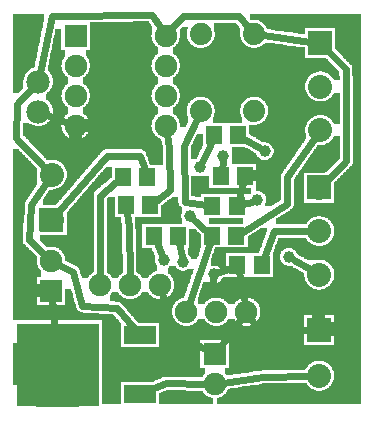
<source format=gtl>
G04 MADE WITH FRITZING*
G04 WWW.FRITZING.ORG*
G04 DOUBLE SIDED*
G04 HOLES PLATED*
G04 CONTOUR ON CENTER OF CONTOUR VECTOR*
%ASAXBY*%
%FSLAX23Y23*%
%MOIN*%
%OFA0B0*%
%SFA1.0B1.0*%
%ADD10C,0.075000*%
%ADD11C,0.039370*%
%ADD12C,0.074000*%
%ADD13C,0.080000*%
%ADD14C,0.078000*%
%ADD15R,0.075000X0.075000*%
%ADD16R,0.055118X0.059055*%
%ADD17R,0.275591X0.275591*%
%ADD18R,0.106299X0.059055*%
%ADD19C,0.024000*%
%ADD20R,0.001000X0.001000*%
%LNCOPPER1*%
G90*
G70*
G54D10*
X359Y1242D03*
X893Y1099D03*
X413Y179D03*
G54D11*
X544Y521D03*
X608Y514D03*
X961Y530D03*
X880Y883D03*
X712Y472D03*
X665Y829D03*
X632Y667D03*
X743Y866D03*
G54D10*
X250Y1268D03*
X550Y1268D03*
X250Y1168D03*
X550Y1168D03*
X250Y1068D03*
X550Y1068D03*
X250Y968D03*
X550Y968D03*
X531Y437D03*
X431Y437D03*
X331Y437D03*
X819Y348D03*
X719Y348D03*
X619Y348D03*
G54D12*
X845Y1273D03*
X845Y1017D03*
X667Y1273D03*
X667Y1017D03*
X845Y1273D03*
X845Y1017D03*
X667Y1273D03*
X667Y1017D03*
G54D13*
X1066Y1243D03*
X1066Y1098D03*
X1066Y953D03*
X1066Y1243D03*
X1066Y1098D03*
X1066Y953D03*
X1062Y761D03*
X1062Y616D03*
X1062Y471D03*
X1062Y761D03*
X1062Y616D03*
X1062Y471D03*
G54D10*
X714Y207D03*
X714Y107D03*
X168Y418D03*
X168Y518D03*
G54D13*
X170Y654D03*
X170Y805D03*
X170Y654D03*
X170Y805D03*
X1062Y286D03*
X1062Y134D03*
X1062Y286D03*
X1062Y134D03*
G54D14*
X126Y1015D03*
X126Y1115D03*
G54D11*
X856Y720D03*
G54D15*
X250Y1268D03*
G54D16*
X734Y800D03*
X815Y800D03*
X870Y503D03*
X789Y503D03*
G54D15*
X714Y207D03*
G54D16*
X706Y701D03*
X787Y701D03*
X408Y798D03*
X488Y798D03*
G54D15*
X168Y418D03*
G54D16*
X497Y702D03*
X417Y702D03*
X591Y600D03*
X510Y600D03*
X705Y601D03*
X786Y601D03*
X711Y937D03*
X791Y937D03*
G54D17*
X191Y171D03*
G54D18*
X465Y269D03*
X465Y73D03*
G54D19*
X242Y480D02*
X194Y505D01*
D02*
X420Y678D02*
X427Y634D01*
D02*
X427Y634D02*
X431Y466D01*
D02*
X332Y466D02*
X332Y735D01*
D02*
X332Y735D02*
X386Y779D01*
D02*
X387Y359D02*
X273Y368D01*
D02*
X273Y368D02*
X242Y480D01*
D02*
X444Y293D02*
X387Y359D01*
D02*
X537Y538D02*
X520Y576D01*
D02*
X697Y578D02*
X628Y375D01*
D02*
X604Y533D02*
X596Y576D01*
D02*
X977Y521D02*
X1032Y489D01*
D02*
X911Y616D02*
X1027Y616D01*
D02*
X879Y527D02*
X911Y616D01*
D02*
X794Y479D02*
X814Y376D01*
D02*
X615Y714D02*
X684Y704D01*
D02*
X654Y989D02*
X612Y901D01*
D02*
X612Y901D02*
X615Y714D01*
D02*
X729Y479D02*
X767Y494D01*
D02*
X787Y701D02*
X815Y800D01*
D02*
X864Y893D02*
X813Y924D01*
D02*
X646Y655D02*
X683Y621D01*
D02*
X740Y847D02*
X737Y824D01*
D02*
X956Y707D02*
X808Y615D01*
D02*
X956Y796D02*
X956Y707D01*
D02*
X1046Y925D02*
X956Y796D01*
D02*
X180Y292D02*
X171Y389D01*
D02*
X95Y588D02*
X103Y705D01*
D02*
X103Y705D02*
X151Y776D01*
D02*
X148Y538D02*
X95Y588D01*
D02*
X53Y928D02*
X146Y830D01*
D02*
X56Y1041D02*
X53Y928D01*
D02*
X105Y1093D02*
X56Y1041D01*
D02*
X224Y978D02*
X154Y1005D01*
D02*
X354Y867D02*
X193Y680D01*
D02*
X464Y867D02*
X354Y867D01*
D02*
X480Y822D02*
X464Y867D01*
D02*
X170Y1335D02*
X132Y1145D01*
D02*
X505Y1338D02*
X170Y1335D01*
D02*
X535Y1292D02*
X505Y1338D01*
D02*
X608Y1332D02*
X569Y1289D01*
D02*
X794Y1332D02*
X608Y1332D01*
D02*
X825Y1297D02*
X794Y1332D01*
D02*
X1031Y1248D02*
X876Y1269D01*
D02*
X1151Y1156D02*
X1090Y1218D01*
D02*
X1087Y785D02*
X1153Y849D01*
D02*
X1153Y849D02*
X1151Y1156D01*
D02*
X731Y230D02*
X802Y325D01*
D02*
X862Y285D02*
X835Y324D01*
D02*
X1027Y286D02*
X862Y285D01*
D02*
X742Y111D02*
X876Y130D01*
D02*
X876Y130D02*
X1027Y134D01*
D02*
X550Y109D02*
X685Y107D01*
D02*
X512Y93D02*
X550Y109D01*
D02*
X566Y752D02*
X563Y893D01*
D02*
X563Y893D02*
X555Y940D01*
D02*
X519Y718D02*
X566Y752D01*
D02*
X539Y409D02*
X572Y281D01*
D02*
X572Y281D02*
X689Y220D01*
D02*
X697Y900D02*
X673Y846D01*
D02*
X702Y913D02*
X697Y900D01*
D02*
X809Y707D02*
X837Y715D01*
G36*
X40Y1341D02*
X40Y1077D01*
X60Y1077D01*
X60Y1079D01*
X62Y1079D01*
X62Y1081D01*
X64Y1081D01*
X64Y1083D01*
X66Y1083D01*
X66Y1085D01*
X68Y1085D01*
X68Y1087D01*
X70Y1087D01*
X70Y1089D01*
X72Y1089D01*
X72Y1091D01*
X74Y1091D01*
X74Y1093D01*
X76Y1093D01*
X76Y1121D01*
X78Y1121D01*
X78Y1129D01*
X80Y1129D01*
X80Y1135D01*
X82Y1135D01*
X82Y1139D01*
X84Y1139D01*
X84Y1143D01*
X86Y1143D01*
X86Y1145D01*
X88Y1145D01*
X88Y1147D01*
X90Y1147D01*
X90Y1151D01*
X94Y1151D01*
X94Y1153D01*
X96Y1153D01*
X96Y1155D01*
X98Y1155D01*
X98Y1157D01*
X102Y1157D01*
X102Y1159D01*
X106Y1159D01*
X106Y1161D01*
X112Y1161D01*
X112Y1165D01*
X114Y1165D01*
X114Y1175D01*
X116Y1175D01*
X116Y1185D01*
X118Y1185D01*
X118Y1195D01*
X120Y1195D01*
X120Y1205D01*
X122Y1205D01*
X122Y1215D01*
X124Y1215D01*
X124Y1225D01*
X126Y1225D01*
X126Y1235D01*
X128Y1235D01*
X128Y1245D01*
X130Y1245D01*
X130Y1255D01*
X132Y1255D01*
X132Y1265D01*
X134Y1265D01*
X134Y1275D01*
X136Y1275D01*
X136Y1285D01*
X138Y1285D01*
X138Y1295D01*
X140Y1295D01*
X140Y1305D01*
X142Y1305D01*
X142Y1315D01*
X144Y1315D01*
X144Y1341D01*
X40Y1341D01*
G37*
D02*
G36*
X442Y1317D02*
X442Y1315D01*
X298Y1315D01*
X298Y1221D01*
X284Y1221D01*
X284Y1201D01*
X286Y1201D01*
X286Y1199D01*
X288Y1199D01*
X288Y1195D01*
X290Y1195D01*
X290Y1193D01*
X292Y1193D01*
X292Y1189D01*
X294Y1189D01*
X294Y1183D01*
X296Y1183D01*
X296Y1177D01*
X298Y1177D01*
X298Y1161D01*
X296Y1161D01*
X296Y1153D01*
X294Y1153D01*
X294Y1147D01*
X292Y1147D01*
X292Y1145D01*
X290Y1145D01*
X290Y1141D01*
X288Y1141D01*
X288Y1139D01*
X286Y1139D01*
X286Y1137D01*
X284Y1137D01*
X284Y1135D01*
X282Y1135D01*
X282Y1133D01*
X280Y1133D01*
X280Y1131D01*
X278Y1131D01*
X278Y1129D01*
X274Y1129D01*
X274Y1109D01*
X276Y1109D01*
X276Y1107D01*
X278Y1107D01*
X278Y1105D01*
X282Y1105D01*
X282Y1103D01*
X284Y1103D01*
X284Y1101D01*
X286Y1101D01*
X286Y1099D01*
X288Y1099D01*
X288Y1095D01*
X290Y1095D01*
X290Y1093D01*
X292Y1093D01*
X292Y1089D01*
X294Y1089D01*
X294Y1083D01*
X296Y1083D01*
X296Y1077D01*
X298Y1077D01*
X298Y1061D01*
X296Y1061D01*
X296Y1053D01*
X294Y1053D01*
X294Y1047D01*
X292Y1047D01*
X292Y1045D01*
X290Y1045D01*
X290Y1041D01*
X288Y1041D01*
X288Y1039D01*
X286Y1039D01*
X286Y1037D01*
X284Y1037D01*
X284Y1035D01*
X282Y1035D01*
X282Y1033D01*
X280Y1033D01*
X280Y1031D01*
X278Y1031D01*
X278Y1029D01*
X274Y1029D01*
X274Y1009D01*
X276Y1009D01*
X276Y1007D01*
X278Y1007D01*
X278Y1005D01*
X282Y1005D01*
X282Y1003D01*
X284Y1003D01*
X284Y1001D01*
X286Y1001D01*
X286Y999D01*
X288Y999D01*
X288Y995D01*
X290Y995D01*
X290Y993D01*
X292Y993D01*
X292Y989D01*
X294Y989D01*
X294Y983D01*
X296Y983D01*
X296Y977D01*
X298Y977D01*
X298Y961D01*
X296Y961D01*
X296Y953D01*
X294Y953D01*
X294Y947D01*
X292Y947D01*
X292Y945D01*
X290Y945D01*
X290Y941D01*
X288Y941D01*
X288Y939D01*
X286Y939D01*
X286Y937D01*
X284Y937D01*
X284Y935D01*
X282Y935D01*
X282Y933D01*
X280Y933D01*
X280Y931D01*
X278Y931D01*
X278Y929D01*
X274Y929D01*
X274Y927D01*
X272Y927D01*
X272Y925D01*
X266Y925D01*
X266Y923D01*
X260Y923D01*
X260Y921D01*
X536Y921D01*
X536Y923D01*
X534Y923D01*
X534Y925D01*
X530Y925D01*
X530Y927D01*
X526Y927D01*
X526Y929D01*
X522Y929D01*
X522Y931D01*
X520Y931D01*
X520Y933D01*
X518Y933D01*
X518Y935D01*
X516Y935D01*
X516Y937D01*
X514Y937D01*
X514Y939D01*
X512Y939D01*
X512Y941D01*
X510Y941D01*
X510Y945D01*
X508Y945D01*
X508Y949D01*
X506Y949D01*
X506Y955D01*
X504Y955D01*
X504Y965D01*
X502Y965D01*
X502Y971D01*
X504Y971D01*
X504Y981D01*
X506Y981D01*
X506Y987D01*
X508Y987D01*
X508Y991D01*
X510Y991D01*
X510Y995D01*
X512Y995D01*
X512Y997D01*
X514Y997D01*
X514Y999D01*
X516Y999D01*
X516Y1003D01*
X520Y1003D01*
X520Y1005D01*
X522Y1005D01*
X522Y1007D01*
X524Y1007D01*
X524Y1009D01*
X526Y1009D01*
X526Y1029D01*
X522Y1029D01*
X522Y1031D01*
X520Y1031D01*
X520Y1033D01*
X518Y1033D01*
X518Y1035D01*
X516Y1035D01*
X516Y1037D01*
X514Y1037D01*
X514Y1039D01*
X512Y1039D01*
X512Y1041D01*
X510Y1041D01*
X510Y1045D01*
X508Y1045D01*
X508Y1049D01*
X506Y1049D01*
X506Y1055D01*
X504Y1055D01*
X504Y1065D01*
X502Y1065D01*
X502Y1071D01*
X504Y1071D01*
X504Y1081D01*
X506Y1081D01*
X506Y1087D01*
X508Y1087D01*
X508Y1091D01*
X510Y1091D01*
X510Y1095D01*
X512Y1095D01*
X512Y1097D01*
X514Y1097D01*
X514Y1099D01*
X516Y1099D01*
X516Y1103D01*
X520Y1103D01*
X520Y1105D01*
X522Y1105D01*
X522Y1107D01*
X524Y1107D01*
X524Y1109D01*
X526Y1109D01*
X526Y1129D01*
X522Y1129D01*
X522Y1131D01*
X520Y1131D01*
X520Y1133D01*
X518Y1133D01*
X518Y1135D01*
X516Y1135D01*
X516Y1137D01*
X514Y1137D01*
X514Y1139D01*
X512Y1139D01*
X512Y1141D01*
X510Y1141D01*
X510Y1145D01*
X508Y1145D01*
X508Y1149D01*
X506Y1149D01*
X506Y1155D01*
X504Y1155D01*
X504Y1165D01*
X502Y1165D01*
X502Y1171D01*
X504Y1171D01*
X504Y1181D01*
X506Y1181D01*
X506Y1187D01*
X508Y1187D01*
X508Y1191D01*
X510Y1191D01*
X510Y1195D01*
X512Y1195D01*
X512Y1197D01*
X514Y1197D01*
X514Y1199D01*
X516Y1199D01*
X516Y1203D01*
X520Y1203D01*
X520Y1205D01*
X522Y1205D01*
X522Y1207D01*
X524Y1207D01*
X524Y1209D01*
X526Y1209D01*
X526Y1229D01*
X522Y1229D01*
X522Y1231D01*
X520Y1231D01*
X520Y1233D01*
X518Y1233D01*
X518Y1235D01*
X516Y1235D01*
X516Y1237D01*
X514Y1237D01*
X514Y1239D01*
X512Y1239D01*
X512Y1241D01*
X510Y1241D01*
X510Y1245D01*
X508Y1245D01*
X508Y1249D01*
X506Y1249D01*
X506Y1255D01*
X504Y1255D01*
X504Y1265D01*
X502Y1265D01*
X502Y1271D01*
X504Y1271D01*
X504Y1301D01*
X502Y1301D01*
X502Y1305D01*
X500Y1305D01*
X500Y1307D01*
X498Y1307D01*
X498Y1311D01*
X496Y1311D01*
X496Y1313D01*
X494Y1313D01*
X494Y1317D01*
X442Y1317D01*
G37*
D02*
G36*
X182Y1291D02*
X182Y1281D01*
X180Y1281D01*
X180Y1271D01*
X178Y1271D01*
X178Y1261D01*
X176Y1261D01*
X176Y1251D01*
X174Y1251D01*
X174Y1241D01*
X172Y1241D01*
X172Y1231D01*
X170Y1231D01*
X170Y1221D01*
X168Y1221D01*
X168Y1211D01*
X166Y1211D01*
X166Y1201D01*
X164Y1201D01*
X164Y1191D01*
X162Y1191D01*
X162Y1181D01*
X160Y1181D01*
X160Y1171D01*
X158Y1171D01*
X158Y1151D01*
X160Y1151D01*
X160Y1149D01*
X162Y1149D01*
X162Y1147D01*
X164Y1147D01*
X164Y1145D01*
X166Y1145D01*
X166Y1141D01*
X168Y1141D01*
X168Y1137D01*
X170Y1137D01*
X170Y1133D01*
X172Y1133D01*
X172Y1127D01*
X174Y1127D01*
X174Y1103D01*
X172Y1103D01*
X172Y1097D01*
X170Y1097D01*
X170Y1093D01*
X168Y1093D01*
X168Y1089D01*
X166Y1089D01*
X166Y1087D01*
X164Y1087D01*
X164Y1085D01*
X162Y1085D01*
X162Y1081D01*
X160Y1081D01*
X160Y1079D01*
X156Y1079D01*
X156Y1077D01*
X154Y1077D01*
X154Y1075D01*
X152Y1075D01*
X152Y1055D01*
X156Y1055D01*
X156Y1053D01*
X158Y1053D01*
X158Y1051D01*
X160Y1051D01*
X160Y1049D01*
X162Y1049D01*
X162Y1047D01*
X164Y1047D01*
X164Y1045D01*
X166Y1045D01*
X166Y1041D01*
X168Y1041D01*
X168Y1037D01*
X170Y1037D01*
X170Y1033D01*
X172Y1033D01*
X172Y1027D01*
X174Y1027D01*
X174Y1003D01*
X172Y1003D01*
X172Y997D01*
X170Y997D01*
X170Y993D01*
X168Y993D01*
X168Y989D01*
X166Y989D01*
X166Y987D01*
X164Y987D01*
X164Y985D01*
X162Y985D01*
X162Y981D01*
X160Y981D01*
X160Y979D01*
X156Y979D01*
X156Y977D01*
X154Y977D01*
X154Y975D01*
X152Y975D01*
X152Y973D01*
X148Y973D01*
X148Y971D01*
X144Y971D01*
X144Y969D01*
X138Y969D01*
X138Y967D01*
X202Y967D01*
X202Y971D01*
X204Y971D01*
X204Y981D01*
X206Y981D01*
X206Y987D01*
X208Y987D01*
X208Y991D01*
X210Y991D01*
X210Y995D01*
X212Y995D01*
X212Y997D01*
X214Y997D01*
X214Y999D01*
X216Y999D01*
X216Y1003D01*
X220Y1003D01*
X220Y1005D01*
X222Y1005D01*
X222Y1007D01*
X224Y1007D01*
X224Y1009D01*
X226Y1009D01*
X226Y1029D01*
X222Y1029D01*
X222Y1031D01*
X220Y1031D01*
X220Y1033D01*
X218Y1033D01*
X218Y1035D01*
X216Y1035D01*
X216Y1037D01*
X214Y1037D01*
X214Y1039D01*
X212Y1039D01*
X212Y1041D01*
X210Y1041D01*
X210Y1045D01*
X208Y1045D01*
X208Y1049D01*
X206Y1049D01*
X206Y1055D01*
X204Y1055D01*
X204Y1065D01*
X202Y1065D01*
X202Y1071D01*
X204Y1071D01*
X204Y1081D01*
X206Y1081D01*
X206Y1087D01*
X208Y1087D01*
X208Y1091D01*
X210Y1091D01*
X210Y1095D01*
X212Y1095D01*
X212Y1097D01*
X214Y1097D01*
X214Y1099D01*
X216Y1099D01*
X216Y1103D01*
X220Y1103D01*
X220Y1105D01*
X222Y1105D01*
X222Y1107D01*
X224Y1107D01*
X224Y1109D01*
X226Y1109D01*
X226Y1129D01*
X222Y1129D01*
X222Y1131D01*
X220Y1131D01*
X220Y1133D01*
X218Y1133D01*
X218Y1135D01*
X216Y1135D01*
X216Y1137D01*
X214Y1137D01*
X214Y1139D01*
X212Y1139D01*
X212Y1141D01*
X210Y1141D01*
X210Y1145D01*
X208Y1145D01*
X208Y1149D01*
X206Y1149D01*
X206Y1155D01*
X204Y1155D01*
X204Y1165D01*
X202Y1165D01*
X202Y1171D01*
X204Y1171D01*
X204Y1181D01*
X206Y1181D01*
X206Y1187D01*
X208Y1187D01*
X208Y1191D01*
X210Y1191D01*
X210Y1195D01*
X212Y1195D01*
X212Y1197D01*
X214Y1197D01*
X214Y1199D01*
X216Y1199D01*
X216Y1221D01*
X202Y1221D01*
X202Y1291D01*
X182Y1291D01*
G37*
D02*
G36*
X76Y977D02*
X76Y967D01*
X114Y967D01*
X114Y969D01*
X108Y969D01*
X108Y971D01*
X104Y971D01*
X104Y973D01*
X100Y973D01*
X100Y975D01*
X96Y975D01*
X96Y977D01*
X76Y977D01*
G37*
D02*
G36*
X76Y967D02*
X76Y965D01*
X202Y965D01*
X202Y967D01*
X76Y967D01*
G37*
D02*
G36*
X76Y967D02*
X76Y965D01*
X202Y965D01*
X202Y967D01*
X76Y967D01*
G37*
D02*
G36*
X76Y965D02*
X76Y935D01*
X78Y935D01*
X78Y933D01*
X80Y933D01*
X80Y931D01*
X82Y931D01*
X82Y929D01*
X84Y929D01*
X84Y927D01*
X86Y927D01*
X86Y925D01*
X88Y925D01*
X88Y923D01*
X90Y923D01*
X90Y921D01*
X240Y921D01*
X240Y923D01*
X234Y923D01*
X234Y925D01*
X230Y925D01*
X230Y927D01*
X226Y927D01*
X226Y929D01*
X222Y929D01*
X222Y931D01*
X220Y931D01*
X220Y933D01*
X218Y933D01*
X218Y935D01*
X216Y935D01*
X216Y937D01*
X214Y937D01*
X214Y939D01*
X212Y939D01*
X212Y941D01*
X210Y941D01*
X210Y945D01*
X208Y945D01*
X208Y949D01*
X206Y949D01*
X206Y955D01*
X204Y955D01*
X204Y965D01*
X76Y965D01*
G37*
D02*
G36*
X92Y921D02*
X92Y919D01*
X536Y919D01*
X536Y921D01*
X92Y921D01*
G37*
D02*
G36*
X92Y921D02*
X92Y919D01*
X536Y919D01*
X536Y921D01*
X92Y921D01*
G37*
D02*
G36*
X94Y919D02*
X94Y917D01*
X96Y917D01*
X96Y915D01*
X98Y915D01*
X98Y911D01*
X100Y911D01*
X100Y909D01*
X102Y909D01*
X102Y907D01*
X104Y907D01*
X104Y905D01*
X106Y905D01*
X106Y903D01*
X108Y903D01*
X108Y901D01*
X110Y901D01*
X110Y899D01*
X112Y899D01*
X112Y897D01*
X114Y897D01*
X114Y895D01*
X116Y895D01*
X116Y893D01*
X118Y893D01*
X118Y891D01*
X120Y891D01*
X120Y889D01*
X470Y889D01*
X470Y887D01*
X476Y887D01*
X476Y885D01*
X478Y885D01*
X478Y883D01*
X480Y883D01*
X480Y881D01*
X482Y881D01*
X482Y879D01*
X484Y879D01*
X484Y873D01*
X486Y873D01*
X486Y867D01*
X488Y867D01*
X488Y863D01*
X490Y863D01*
X490Y857D01*
X492Y857D01*
X492Y851D01*
X494Y851D01*
X494Y845D01*
X496Y845D01*
X496Y839D01*
X498Y839D01*
X498Y837D01*
X542Y837D01*
X542Y893D01*
X540Y893D01*
X540Y905D01*
X538Y905D01*
X538Y917D01*
X536Y917D01*
X536Y919D01*
X94Y919D01*
G37*
D02*
G36*
X122Y889D02*
X122Y887D01*
X124Y887D01*
X124Y885D01*
X126Y885D01*
X126Y883D01*
X128Y883D01*
X128Y881D01*
X130Y881D01*
X130Y879D01*
X132Y879D01*
X132Y877D01*
X134Y877D01*
X134Y875D01*
X136Y875D01*
X136Y873D01*
X138Y873D01*
X138Y871D01*
X140Y871D01*
X140Y869D01*
X142Y869D01*
X142Y867D01*
X144Y867D01*
X144Y863D01*
X146Y863D01*
X146Y861D01*
X148Y861D01*
X148Y859D01*
X150Y859D01*
X150Y857D01*
X152Y857D01*
X152Y855D01*
X182Y855D01*
X182Y853D01*
X188Y853D01*
X188Y851D01*
X192Y851D01*
X192Y849D01*
X196Y849D01*
X196Y847D01*
X200Y847D01*
X200Y845D01*
X202Y845D01*
X202Y843D01*
X204Y843D01*
X204Y841D01*
X206Y841D01*
X206Y839D01*
X208Y839D01*
X208Y837D01*
X210Y837D01*
X210Y835D01*
X212Y835D01*
X212Y831D01*
X214Y831D01*
X214Y827D01*
X216Y827D01*
X216Y823D01*
X218Y823D01*
X218Y817D01*
X220Y817D01*
X220Y793D01*
X218Y793D01*
X218Y787D01*
X216Y787D01*
X216Y783D01*
X214Y783D01*
X214Y779D01*
X212Y779D01*
X212Y777D01*
X210Y777D01*
X210Y775D01*
X208Y775D01*
X208Y771D01*
X206Y771D01*
X206Y769D01*
X204Y769D01*
X204Y767D01*
X200Y767D01*
X200Y765D01*
X198Y765D01*
X198Y763D01*
X194Y763D01*
X194Y761D01*
X190Y761D01*
X190Y759D01*
X186Y759D01*
X186Y757D01*
X176Y757D01*
X176Y755D01*
X162Y755D01*
X162Y751D01*
X160Y751D01*
X160Y749D01*
X158Y749D01*
X158Y745D01*
X156Y745D01*
X156Y743D01*
X154Y743D01*
X154Y739D01*
X152Y739D01*
X152Y737D01*
X150Y737D01*
X150Y733D01*
X148Y733D01*
X148Y731D01*
X146Y731D01*
X146Y729D01*
X144Y729D01*
X144Y725D01*
X142Y725D01*
X142Y723D01*
X140Y723D01*
X140Y703D01*
X184Y703D01*
X184Y705D01*
X186Y705D01*
X186Y707D01*
X188Y707D01*
X188Y709D01*
X190Y709D01*
X190Y711D01*
X192Y711D01*
X192Y713D01*
X194Y713D01*
X194Y717D01*
X196Y717D01*
X196Y719D01*
X198Y719D01*
X198Y721D01*
X200Y721D01*
X200Y723D01*
X202Y723D01*
X202Y725D01*
X204Y725D01*
X204Y727D01*
X206Y727D01*
X206Y729D01*
X208Y729D01*
X208Y733D01*
X210Y733D01*
X210Y735D01*
X212Y735D01*
X212Y737D01*
X214Y737D01*
X214Y739D01*
X216Y739D01*
X216Y741D01*
X218Y741D01*
X218Y743D01*
X220Y743D01*
X220Y747D01*
X222Y747D01*
X222Y749D01*
X224Y749D01*
X224Y751D01*
X226Y751D01*
X226Y753D01*
X228Y753D01*
X228Y755D01*
X230Y755D01*
X230Y757D01*
X232Y757D01*
X232Y761D01*
X234Y761D01*
X234Y763D01*
X236Y763D01*
X236Y765D01*
X238Y765D01*
X238Y767D01*
X240Y767D01*
X240Y769D01*
X242Y769D01*
X242Y771D01*
X244Y771D01*
X244Y775D01*
X246Y775D01*
X246Y777D01*
X248Y777D01*
X248Y779D01*
X250Y779D01*
X250Y781D01*
X252Y781D01*
X252Y783D01*
X254Y783D01*
X254Y785D01*
X256Y785D01*
X256Y789D01*
X258Y789D01*
X258Y791D01*
X260Y791D01*
X260Y793D01*
X262Y793D01*
X262Y795D01*
X264Y795D01*
X264Y797D01*
X266Y797D01*
X266Y799D01*
X268Y799D01*
X268Y803D01*
X270Y803D01*
X270Y805D01*
X272Y805D01*
X272Y807D01*
X274Y807D01*
X274Y809D01*
X276Y809D01*
X276Y811D01*
X278Y811D01*
X278Y813D01*
X280Y813D01*
X280Y817D01*
X282Y817D01*
X282Y819D01*
X284Y819D01*
X284Y821D01*
X286Y821D01*
X286Y823D01*
X288Y823D01*
X288Y825D01*
X290Y825D01*
X290Y827D01*
X292Y827D01*
X292Y829D01*
X294Y829D01*
X294Y833D01*
X296Y833D01*
X296Y835D01*
X298Y835D01*
X298Y837D01*
X300Y837D01*
X300Y839D01*
X302Y839D01*
X302Y841D01*
X304Y841D01*
X304Y843D01*
X306Y843D01*
X306Y847D01*
X308Y847D01*
X308Y849D01*
X310Y849D01*
X310Y851D01*
X312Y851D01*
X312Y853D01*
X314Y853D01*
X314Y855D01*
X316Y855D01*
X316Y857D01*
X318Y857D01*
X318Y861D01*
X320Y861D01*
X320Y863D01*
X322Y863D01*
X322Y865D01*
X324Y865D01*
X324Y867D01*
X326Y867D01*
X326Y869D01*
X328Y869D01*
X328Y871D01*
X330Y871D01*
X330Y875D01*
X332Y875D01*
X332Y877D01*
X334Y877D01*
X334Y879D01*
X336Y879D01*
X336Y881D01*
X338Y881D01*
X338Y883D01*
X340Y883D01*
X340Y885D01*
X342Y885D01*
X342Y887D01*
X348Y887D01*
X348Y889D01*
X122Y889D01*
G37*
D02*
G36*
X654Y941D02*
X654Y937D01*
X652Y937D01*
X652Y933D01*
X650Y933D01*
X650Y929D01*
X648Y929D01*
X648Y925D01*
X646Y925D01*
X646Y921D01*
X644Y921D01*
X644Y917D01*
X642Y917D01*
X642Y911D01*
X640Y911D01*
X640Y907D01*
X638Y907D01*
X638Y903D01*
X636Y903D01*
X636Y899D01*
X634Y899D01*
X634Y857D01*
X654Y857D01*
X654Y861D01*
X656Y861D01*
X656Y865D01*
X658Y865D01*
X658Y869D01*
X660Y869D01*
X660Y873D01*
X662Y873D01*
X662Y879D01*
X664Y879D01*
X664Y883D01*
X666Y883D01*
X666Y887D01*
X668Y887D01*
X668Y891D01*
X670Y891D01*
X670Y897D01*
X672Y897D01*
X672Y901D01*
X674Y901D01*
X674Y941D01*
X654Y941D01*
G37*
D02*
G36*
X710Y1311D02*
X710Y1289D01*
X712Y1289D01*
X712Y1281D01*
X714Y1281D01*
X714Y1265D01*
X712Y1265D01*
X712Y1259D01*
X710Y1259D01*
X710Y1253D01*
X708Y1253D01*
X708Y1249D01*
X706Y1249D01*
X706Y1247D01*
X704Y1247D01*
X704Y1243D01*
X702Y1243D01*
X702Y1241D01*
X700Y1241D01*
X700Y1239D01*
X698Y1239D01*
X698Y1237D01*
X694Y1237D01*
X694Y1235D01*
X692Y1235D01*
X692Y1233D01*
X688Y1233D01*
X688Y1231D01*
X684Y1231D01*
X684Y1229D01*
X678Y1229D01*
X678Y1227D01*
X834Y1227D01*
X834Y1229D01*
X828Y1229D01*
X828Y1231D01*
X824Y1231D01*
X824Y1233D01*
X820Y1233D01*
X820Y1235D01*
X818Y1235D01*
X818Y1237D01*
X814Y1237D01*
X814Y1239D01*
X812Y1239D01*
X812Y1241D01*
X810Y1241D01*
X810Y1243D01*
X808Y1243D01*
X808Y1247D01*
X806Y1247D01*
X806Y1249D01*
X804Y1249D01*
X804Y1253D01*
X802Y1253D01*
X802Y1257D01*
X800Y1257D01*
X800Y1263D01*
X798Y1263D01*
X798Y1295D01*
X796Y1295D01*
X796Y1297D01*
X794Y1297D01*
X794Y1301D01*
X792Y1301D01*
X792Y1303D01*
X790Y1303D01*
X790Y1305D01*
X788Y1305D01*
X788Y1307D01*
X786Y1307D01*
X786Y1309D01*
X784Y1309D01*
X784Y1311D01*
X710Y1311D01*
G37*
D02*
G36*
X604Y1297D02*
X604Y1295D01*
X602Y1295D01*
X602Y1291D01*
X600Y1291D01*
X600Y1289D01*
X598Y1289D01*
X598Y1261D01*
X596Y1261D01*
X596Y1253D01*
X594Y1253D01*
X594Y1247D01*
X592Y1247D01*
X592Y1245D01*
X590Y1245D01*
X590Y1241D01*
X588Y1241D01*
X588Y1239D01*
X586Y1239D01*
X586Y1237D01*
X584Y1237D01*
X584Y1235D01*
X582Y1235D01*
X582Y1233D01*
X580Y1233D01*
X580Y1231D01*
X578Y1231D01*
X578Y1229D01*
X574Y1229D01*
X574Y1227D01*
X656Y1227D01*
X656Y1229D01*
X650Y1229D01*
X650Y1231D01*
X646Y1231D01*
X646Y1233D01*
X642Y1233D01*
X642Y1235D01*
X640Y1235D01*
X640Y1237D01*
X636Y1237D01*
X636Y1239D01*
X634Y1239D01*
X634Y1241D01*
X632Y1241D01*
X632Y1243D01*
X630Y1243D01*
X630Y1247D01*
X628Y1247D01*
X628Y1249D01*
X626Y1249D01*
X626Y1253D01*
X624Y1253D01*
X624Y1257D01*
X622Y1257D01*
X622Y1263D01*
X620Y1263D01*
X620Y1283D01*
X622Y1283D01*
X622Y1291D01*
X624Y1291D01*
X624Y1297D01*
X604Y1297D01*
G37*
D02*
G36*
X880Y1243D02*
X880Y1241D01*
X878Y1241D01*
X878Y1239D01*
X876Y1239D01*
X876Y1237D01*
X872Y1237D01*
X872Y1235D01*
X870Y1235D01*
X870Y1233D01*
X866Y1233D01*
X866Y1231D01*
X862Y1231D01*
X862Y1229D01*
X856Y1229D01*
X856Y1227D01*
X1014Y1227D01*
X1014Y1229D01*
X1000Y1229D01*
X1000Y1231D01*
X986Y1231D01*
X986Y1233D01*
X972Y1233D01*
X972Y1235D01*
X956Y1235D01*
X956Y1237D01*
X942Y1237D01*
X942Y1239D01*
X928Y1239D01*
X928Y1241D01*
X914Y1241D01*
X914Y1243D01*
X880Y1243D01*
G37*
D02*
G36*
X574Y1227D02*
X574Y1225D01*
X1016Y1225D01*
X1016Y1227D01*
X574Y1227D01*
G37*
D02*
G36*
X574Y1227D02*
X574Y1225D01*
X1016Y1225D01*
X1016Y1227D01*
X574Y1227D01*
G37*
D02*
G36*
X574Y1227D02*
X574Y1225D01*
X1016Y1225D01*
X1016Y1227D01*
X574Y1227D01*
G37*
D02*
G36*
X574Y1225D02*
X574Y1209D01*
X576Y1209D01*
X576Y1207D01*
X578Y1207D01*
X578Y1205D01*
X582Y1205D01*
X582Y1203D01*
X584Y1203D01*
X584Y1201D01*
X586Y1201D01*
X586Y1199D01*
X588Y1199D01*
X588Y1195D01*
X590Y1195D01*
X590Y1193D01*
X592Y1193D01*
X592Y1189D01*
X594Y1189D01*
X594Y1183D01*
X596Y1183D01*
X596Y1177D01*
X598Y1177D01*
X598Y1161D01*
X596Y1161D01*
X596Y1153D01*
X594Y1153D01*
X594Y1149D01*
X1072Y1149D01*
X1072Y1147D01*
X1080Y1147D01*
X1080Y1145D01*
X1086Y1145D01*
X1086Y1143D01*
X1090Y1143D01*
X1090Y1141D01*
X1094Y1141D01*
X1094Y1139D01*
X1096Y1139D01*
X1096Y1137D01*
X1098Y1137D01*
X1098Y1135D01*
X1100Y1135D01*
X1100Y1133D01*
X1102Y1133D01*
X1102Y1131D01*
X1104Y1131D01*
X1104Y1129D01*
X1106Y1129D01*
X1106Y1127D01*
X1108Y1127D01*
X1108Y1123D01*
X1110Y1123D01*
X1110Y1119D01*
X1130Y1119D01*
X1130Y1135D01*
X1128Y1135D01*
X1128Y1149D01*
X1126Y1149D01*
X1126Y1151D01*
X1124Y1151D01*
X1124Y1153D01*
X1122Y1153D01*
X1122Y1155D01*
X1120Y1155D01*
X1120Y1157D01*
X1118Y1157D01*
X1118Y1159D01*
X1116Y1159D01*
X1116Y1161D01*
X1114Y1161D01*
X1114Y1163D01*
X1112Y1163D01*
X1112Y1165D01*
X1110Y1165D01*
X1110Y1167D01*
X1108Y1167D01*
X1108Y1169D01*
X1106Y1169D01*
X1106Y1171D01*
X1104Y1171D01*
X1104Y1173D01*
X1102Y1173D01*
X1102Y1175D01*
X1100Y1175D01*
X1100Y1177D01*
X1098Y1177D01*
X1098Y1179D01*
X1096Y1179D01*
X1096Y1181D01*
X1094Y1181D01*
X1094Y1185D01*
X1092Y1185D01*
X1092Y1187D01*
X1090Y1187D01*
X1090Y1189D01*
X1088Y1189D01*
X1088Y1191D01*
X1086Y1191D01*
X1086Y1193D01*
X1016Y1193D01*
X1016Y1225D01*
X574Y1225D01*
G37*
D02*
G36*
X594Y1149D02*
X594Y1147D01*
X592Y1147D01*
X592Y1145D01*
X590Y1145D01*
X590Y1141D01*
X588Y1141D01*
X588Y1139D01*
X586Y1139D01*
X586Y1137D01*
X584Y1137D01*
X584Y1135D01*
X582Y1135D01*
X582Y1133D01*
X580Y1133D01*
X580Y1131D01*
X578Y1131D01*
X578Y1129D01*
X574Y1129D01*
X574Y1109D01*
X576Y1109D01*
X576Y1107D01*
X578Y1107D01*
X578Y1105D01*
X582Y1105D01*
X582Y1103D01*
X584Y1103D01*
X584Y1101D01*
X586Y1101D01*
X586Y1099D01*
X588Y1099D01*
X588Y1095D01*
X590Y1095D01*
X590Y1093D01*
X592Y1093D01*
X592Y1089D01*
X594Y1089D01*
X594Y1083D01*
X596Y1083D01*
X596Y1077D01*
X598Y1077D01*
X598Y1065D01*
X852Y1065D01*
X852Y1063D01*
X860Y1063D01*
X860Y1061D01*
X864Y1061D01*
X864Y1059D01*
X868Y1059D01*
X868Y1057D01*
X872Y1057D01*
X872Y1055D01*
X874Y1055D01*
X874Y1053D01*
X876Y1053D01*
X876Y1051D01*
X878Y1051D01*
X878Y1049D01*
X1054Y1049D01*
X1054Y1051D01*
X1048Y1051D01*
X1048Y1053D01*
X1044Y1053D01*
X1044Y1055D01*
X1040Y1055D01*
X1040Y1057D01*
X1036Y1057D01*
X1036Y1059D01*
X1034Y1059D01*
X1034Y1061D01*
X1032Y1061D01*
X1032Y1063D01*
X1030Y1063D01*
X1030Y1065D01*
X1028Y1065D01*
X1028Y1067D01*
X1026Y1067D01*
X1026Y1069D01*
X1024Y1069D01*
X1024Y1073D01*
X1022Y1073D01*
X1022Y1077D01*
X1020Y1077D01*
X1020Y1081D01*
X1018Y1081D01*
X1018Y1087D01*
X1016Y1087D01*
X1016Y1109D01*
X1018Y1109D01*
X1018Y1117D01*
X1020Y1117D01*
X1020Y1121D01*
X1022Y1121D01*
X1022Y1125D01*
X1024Y1125D01*
X1024Y1127D01*
X1026Y1127D01*
X1026Y1129D01*
X1028Y1129D01*
X1028Y1133D01*
X1030Y1133D01*
X1030Y1135D01*
X1032Y1135D01*
X1032Y1137D01*
X1036Y1137D01*
X1036Y1139D01*
X1038Y1139D01*
X1038Y1141D01*
X1042Y1141D01*
X1042Y1143D01*
X1046Y1143D01*
X1046Y1145D01*
X1050Y1145D01*
X1050Y1147D01*
X1060Y1147D01*
X1060Y1149D01*
X594Y1149D01*
G37*
D02*
G36*
X1110Y1077D02*
X1110Y1075D01*
X1108Y1075D01*
X1108Y1071D01*
X1106Y1071D01*
X1106Y1069D01*
X1104Y1069D01*
X1104Y1065D01*
X1102Y1065D01*
X1102Y1063D01*
X1100Y1063D01*
X1100Y1061D01*
X1098Y1061D01*
X1098Y1059D01*
X1094Y1059D01*
X1094Y1057D01*
X1092Y1057D01*
X1092Y1055D01*
X1088Y1055D01*
X1088Y1053D01*
X1084Y1053D01*
X1084Y1051D01*
X1078Y1051D01*
X1078Y1049D01*
X1130Y1049D01*
X1130Y1077D01*
X1110Y1077D01*
G37*
D02*
G36*
X598Y1065D02*
X598Y1061D01*
X596Y1061D01*
X596Y1053D01*
X594Y1053D01*
X594Y1047D01*
X592Y1047D01*
X592Y1045D01*
X590Y1045D01*
X590Y1041D01*
X588Y1041D01*
X588Y1039D01*
X586Y1039D01*
X586Y1037D01*
X584Y1037D01*
X584Y1035D01*
X582Y1035D01*
X582Y1033D01*
X580Y1033D01*
X580Y1031D01*
X578Y1031D01*
X578Y1029D01*
X574Y1029D01*
X574Y1009D01*
X576Y1009D01*
X576Y1007D01*
X578Y1007D01*
X578Y1005D01*
X582Y1005D01*
X582Y1003D01*
X584Y1003D01*
X584Y1001D01*
X586Y1001D01*
X586Y999D01*
X588Y999D01*
X588Y995D01*
X590Y995D01*
X590Y993D01*
X592Y993D01*
X592Y989D01*
X594Y989D01*
X594Y983D01*
X596Y983D01*
X596Y977D01*
X598Y977D01*
X598Y963D01*
X618Y963D01*
X618Y969D01*
X620Y969D01*
X620Y973D01*
X622Y973D01*
X622Y977D01*
X624Y977D01*
X624Y1001D01*
X622Y1001D01*
X622Y1007D01*
X620Y1007D01*
X620Y1027D01*
X622Y1027D01*
X622Y1035D01*
X624Y1035D01*
X624Y1039D01*
X626Y1039D01*
X626Y1043D01*
X628Y1043D01*
X628Y1045D01*
X630Y1045D01*
X630Y1047D01*
X632Y1047D01*
X632Y1051D01*
X636Y1051D01*
X636Y1053D01*
X638Y1053D01*
X638Y1055D01*
X640Y1055D01*
X640Y1057D01*
X644Y1057D01*
X644Y1059D01*
X646Y1059D01*
X646Y1061D01*
X652Y1061D01*
X652Y1063D01*
X660Y1063D01*
X660Y1065D01*
X598Y1065D01*
G37*
D02*
G36*
X674Y1065D02*
X674Y1063D01*
X682Y1063D01*
X682Y1061D01*
X686Y1061D01*
X686Y1059D01*
X690Y1059D01*
X690Y1057D01*
X694Y1057D01*
X694Y1055D01*
X696Y1055D01*
X696Y1053D01*
X698Y1053D01*
X698Y1051D01*
X700Y1051D01*
X700Y1049D01*
X702Y1049D01*
X702Y1047D01*
X704Y1047D01*
X704Y1045D01*
X706Y1045D01*
X706Y1041D01*
X708Y1041D01*
X708Y1037D01*
X710Y1037D01*
X710Y1033D01*
X712Y1033D01*
X712Y1025D01*
X714Y1025D01*
X714Y1009D01*
X712Y1009D01*
X712Y1003D01*
X710Y1003D01*
X710Y997D01*
X708Y997D01*
X708Y977D01*
X804Y977D01*
X804Y997D01*
X802Y997D01*
X802Y1001D01*
X800Y1001D01*
X800Y1007D01*
X798Y1007D01*
X798Y1027D01*
X800Y1027D01*
X800Y1035D01*
X802Y1035D01*
X802Y1039D01*
X804Y1039D01*
X804Y1043D01*
X806Y1043D01*
X806Y1045D01*
X808Y1045D01*
X808Y1047D01*
X810Y1047D01*
X810Y1051D01*
X814Y1051D01*
X814Y1053D01*
X816Y1053D01*
X816Y1055D01*
X818Y1055D01*
X818Y1057D01*
X822Y1057D01*
X822Y1059D01*
X824Y1059D01*
X824Y1061D01*
X830Y1061D01*
X830Y1063D01*
X838Y1063D01*
X838Y1065D01*
X674Y1065D01*
G37*
D02*
G36*
X880Y1049D02*
X880Y1047D01*
X1130Y1047D01*
X1130Y1049D01*
X880Y1049D01*
G37*
D02*
G36*
X880Y1049D02*
X880Y1047D01*
X1130Y1047D01*
X1130Y1049D01*
X880Y1049D01*
G37*
D02*
G36*
X882Y1047D02*
X882Y1045D01*
X884Y1045D01*
X884Y1041D01*
X886Y1041D01*
X886Y1037D01*
X888Y1037D01*
X888Y1033D01*
X890Y1033D01*
X890Y1025D01*
X892Y1025D01*
X892Y1009D01*
X890Y1009D01*
X890Y1003D01*
X1078Y1003D01*
X1078Y1001D01*
X1084Y1001D01*
X1084Y999D01*
X1088Y999D01*
X1088Y997D01*
X1092Y997D01*
X1092Y995D01*
X1094Y995D01*
X1094Y993D01*
X1098Y993D01*
X1098Y991D01*
X1100Y991D01*
X1100Y989D01*
X1102Y989D01*
X1102Y987D01*
X1104Y987D01*
X1104Y985D01*
X1106Y985D01*
X1106Y981D01*
X1108Y981D01*
X1108Y977D01*
X1110Y977D01*
X1110Y975D01*
X1130Y975D01*
X1130Y1047D01*
X882Y1047D01*
G37*
D02*
G36*
X888Y1003D02*
X888Y997D01*
X886Y997D01*
X886Y993D01*
X884Y993D01*
X884Y991D01*
X882Y991D01*
X882Y987D01*
X880Y987D01*
X880Y985D01*
X878Y985D01*
X878Y983D01*
X876Y983D01*
X876Y981D01*
X872Y981D01*
X872Y979D01*
X870Y979D01*
X870Y977D01*
X866Y977D01*
X866Y975D01*
X862Y975D01*
X862Y973D01*
X856Y973D01*
X856Y971D01*
X828Y971D01*
X828Y941D01*
X830Y941D01*
X830Y939D01*
X832Y939D01*
X832Y937D01*
X836Y937D01*
X836Y935D01*
X840Y935D01*
X840Y933D01*
X842Y933D01*
X842Y931D01*
X846Y931D01*
X846Y929D01*
X850Y929D01*
X850Y927D01*
X852Y927D01*
X852Y925D01*
X856Y925D01*
X856Y923D01*
X858Y923D01*
X858Y921D01*
X862Y921D01*
X862Y919D01*
X866Y919D01*
X866Y917D01*
X868Y917D01*
X868Y915D01*
X872Y915D01*
X872Y913D01*
X886Y913D01*
X886Y911D01*
X892Y911D01*
X892Y909D01*
X896Y909D01*
X896Y907D01*
X898Y907D01*
X898Y905D01*
X902Y905D01*
X902Y901D01*
X904Y901D01*
X904Y899D01*
X906Y899D01*
X906Y895D01*
X908Y895D01*
X908Y889D01*
X910Y889D01*
X910Y877D01*
X908Y877D01*
X908Y871D01*
X906Y871D01*
X906Y867D01*
X904Y867D01*
X904Y865D01*
X902Y865D01*
X902Y863D01*
X900Y863D01*
X900Y861D01*
X898Y861D01*
X898Y859D01*
X896Y859D01*
X896Y857D01*
X892Y857D01*
X892Y855D01*
X884Y855D01*
X884Y853D01*
X970Y853D01*
X970Y857D01*
X972Y857D01*
X972Y859D01*
X974Y859D01*
X974Y863D01*
X976Y863D01*
X976Y865D01*
X978Y865D01*
X978Y867D01*
X980Y867D01*
X980Y871D01*
X982Y871D01*
X982Y873D01*
X984Y873D01*
X984Y877D01*
X986Y877D01*
X986Y879D01*
X988Y879D01*
X988Y883D01*
X990Y883D01*
X990Y885D01*
X992Y885D01*
X992Y889D01*
X994Y889D01*
X994Y891D01*
X996Y891D01*
X996Y893D01*
X998Y893D01*
X998Y897D01*
X1000Y897D01*
X1000Y899D01*
X1002Y899D01*
X1002Y903D01*
X1004Y903D01*
X1004Y905D01*
X1006Y905D01*
X1006Y909D01*
X1008Y909D01*
X1008Y911D01*
X1010Y911D01*
X1010Y913D01*
X1012Y913D01*
X1012Y917D01*
X1014Y917D01*
X1014Y919D01*
X1016Y919D01*
X1016Y923D01*
X1018Y923D01*
X1018Y943D01*
X1016Y943D01*
X1016Y965D01*
X1018Y965D01*
X1018Y971D01*
X1020Y971D01*
X1020Y975D01*
X1022Y975D01*
X1022Y979D01*
X1024Y979D01*
X1024Y983D01*
X1026Y983D01*
X1026Y985D01*
X1028Y985D01*
X1028Y987D01*
X1030Y987D01*
X1030Y989D01*
X1032Y989D01*
X1032Y991D01*
X1034Y991D01*
X1034Y993D01*
X1036Y993D01*
X1036Y995D01*
X1040Y995D01*
X1040Y997D01*
X1044Y997D01*
X1044Y999D01*
X1046Y999D01*
X1046Y1001D01*
X1054Y1001D01*
X1054Y1003D01*
X888Y1003D01*
G37*
D02*
G36*
X770Y897D02*
X770Y875D01*
X772Y875D01*
X772Y859D01*
X770Y859D01*
X770Y853D01*
X876Y853D01*
X876Y855D01*
X868Y855D01*
X868Y857D01*
X864Y857D01*
X864Y859D01*
X862Y859D01*
X862Y861D01*
X860Y861D01*
X860Y863D01*
X858Y863D01*
X858Y865D01*
X856Y865D01*
X856Y867D01*
X854Y867D01*
X854Y871D01*
X852Y871D01*
X852Y875D01*
X850Y875D01*
X850Y877D01*
X846Y877D01*
X846Y879D01*
X844Y879D01*
X844Y881D01*
X840Y881D01*
X840Y883D01*
X836Y883D01*
X836Y885D01*
X834Y885D01*
X834Y887D01*
X830Y887D01*
X830Y889D01*
X826Y889D01*
X826Y891D01*
X824Y891D01*
X824Y893D01*
X820Y893D01*
X820Y895D01*
X816Y895D01*
X816Y897D01*
X770Y897D01*
G37*
D02*
G36*
X770Y853D02*
X770Y851D01*
X968Y851D01*
X968Y853D01*
X770Y853D01*
G37*
D02*
G36*
X770Y853D02*
X770Y851D01*
X968Y851D01*
X968Y853D01*
X770Y853D01*
G37*
D02*
G36*
X770Y851D02*
X770Y841D01*
X852Y841D01*
X852Y751D01*
X856Y751D01*
X856Y749D01*
X866Y749D01*
X866Y747D01*
X870Y747D01*
X870Y745D01*
X874Y745D01*
X874Y743D01*
X876Y743D01*
X876Y741D01*
X878Y741D01*
X878Y739D01*
X880Y739D01*
X880Y735D01*
X882Y735D01*
X882Y733D01*
X884Y733D01*
X884Y725D01*
X886Y725D01*
X886Y717D01*
X884Y717D01*
X884Y709D01*
X882Y709D01*
X882Y699D01*
X902Y699D01*
X902Y701D01*
X906Y701D01*
X906Y703D01*
X910Y703D01*
X910Y705D01*
X912Y705D01*
X912Y707D01*
X916Y707D01*
X916Y709D01*
X918Y709D01*
X918Y711D01*
X922Y711D01*
X922Y713D01*
X926Y713D01*
X926Y715D01*
X928Y715D01*
X928Y717D01*
X932Y717D01*
X932Y719D01*
X934Y719D01*
X934Y803D01*
X936Y803D01*
X936Y807D01*
X938Y807D01*
X938Y811D01*
X940Y811D01*
X940Y813D01*
X942Y813D01*
X942Y817D01*
X944Y817D01*
X944Y819D01*
X946Y819D01*
X946Y823D01*
X948Y823D01*
X948Y825D01*
X950Y825D01*
X950Y827D01*
X952Y827D01*
X952Y831D01*
X954Y831D01*
X954Y833D01*
X956Y833D01*
X956Y837D01*
X958Y837D01*
X958Y839D01*
X960Y839D01*
X960Y843D01*
X962Y843D01*
X962Y845D01*
X964Y845D01*
X964Y847D01*
X966Y847D01*
X966Y851D01*
X770Y851D01*
G37*
D02*
G36*
X350Y829D02*
X350Y827D01*
X348Y827D01*
X348Y825D01*
X346Y825D01*
X346Y823D01*
X344Y823D01*
X344Y821D01*
X342Y821D01*
X342Y819D01*
X340Y819D01*
X340Y815D01*
X338Y815D01*
X338Y813D01*
X336Y813D01*
X336Y811D01*
X334Y811D01*
X334Y809D01*
X332Y809D01*
X332Y807D01*
X330Y807D01*
X330Y805D01*
X328Y805D01*
X328Y803D01*
X326Y803D01*
X326Y799D01*
X324Y799D01*
X324Y797D01*
X322Y797D01*
X322Y795D01*
X320Y795D01*
X320Y793D01*
X318Y793D01*
X318Y791D01*
X316Y791D01*
X316Y789D01*
X314Y789D01*
X314Y785D01*
X312Y785D01*
X312Y783D01*
X310Y783D01*
X310Y781D01*
X308Y781D01*
X308Y779D01*
X306Y779D01*
X306Y777D01*
X304Y777D01*
X304Y775D01*
X302Y775D01*
X302Y771D01*
X300Y771D01*
X300Y769D01*
X298Y769D01*
X298Y767D01*
X296Y767D01*
X296Y765D01*
X294Y765D01*
X294Y763D01*
X292Y763D01*
X292Y761D01*
X290Y761D01*
X290Y757D01*
X288Y757D01*
X288Y755D01*
X286Y755D01*
X286Y753D01*
X284Y753D01*
X284Y751D01*
X282Y751D01*
X282Y749D01*
X280Y749D01*
X280Y747D01*
X278Y747D01*
X278Y743D01*
X276Y743D01*
X276Y741D01*
X274Y741D01*
X274Y739D01*
X272Y739D01*
X272Y737D01*
X270Y737D01*
X270Y735D01*
X268Y735D01*
X268Y733D01*
X266Y733D01*
X266Y729D01*
X264Y729D01*
X264Y727D01*
X262Y727D01*
X262Y725D01*
X260Y725D01*
X260Y723D01*
X258Y723D01*
X258Y721D01*
X256Y721D01*
X256Y719D01*
X254Y719D01*
X254Y715D01*
X252Y715D01*
X252Y713D01*
X250Y713D01*
X250Y711D01*
X248Y711D01*
X248Y709D01*
X246Y709D01*
X246Y707D01*
X244Y707D01*
X244Y705D01*
X242Y705D01*
X242Y703D01*
X240Y703D01*
X240Y699D01*
X238Y699D01*
X238Y697D01*
X236Y697D01*
X236Y695D01*
X234Y695D01*
X234Y693D01*
X232Y693D01*
X232Y691D01*
X230Y691D01*
X230Y689D01*
X228Y689D01*
X228Y685D01*
X226Y685D01*
X226Y683D01*
X224Y683D01*
X224Y681D01*
X222Y681D01*
X222Y679D01*
X220Y679D01*
X220Y603D01*
X132Y603D01*
X132Y583D01*
X134Y583D01*
X134Y581D01*
X136Y581D01*
X136Y579D01*
X138Y579D01*
X138Y577D01*
X140Y577D01*
X140Y575D01*
X142Y575D01*
X142Y573D01*
X144Y573D01*
X144Y571D01*
X146Y571D01*
X146Y569D01*
X148Y569D01*
X148Y567D01*
X150Y567D01*
X150Y565D01*
X180Y565D01*
X180Y563D01*
X186Y563D01*
X186Y561D01*
X190Y561D01*
X190Y559D01*
X194Y559D01*
X194Y557D01*
X196Y557D01*
X196Y555D01*
X198Y555D01*
X198Y553D01*
X202Y553D01*
X202Y551D01*
X204Y551D01*
X204Y547D01*
X206Y547D01*
X206Y545D01*
X208Y545D01*
X208Y541D01*
X210Y541D01*
X210Y539D01*
X212Y539D01*
X212Y533D01*
X214Y533D01*
X214Y525D01*
X216Y525D01*
X216Y517D01*
X220Y517D01*
X220Y515D01*
X224Y515D01*
X224Y513D01*
X228Y513D01*
X228Y511D01*
X232Y511D01*
X232Y509D01*
X236Y509D01*
X236Y507D01*
X240Y507D01*
X240Y505D01*
X244Y505D01*
X244Y503D01*
X248Y503D01*
X248Y501D01*
X252Y501D01*
X252Y499D01*
X256Y499D01*
X256Y497D01*
X258Y497D01*
X258Y495D01*
X260Y495D01*
X260Y491D01*
X262Y491D01*
X262Y487D01*
X264Y487D01*
X264Y481D01*
X266Y481D01*
X266Y473D01*
X268Y473D01*
X268Y467D01*
X270Y467D01*
X270Y459D01*
X290Y459D01*
X290Y461D01*
X292Y461D01*
X292Y465D01*
X294Y465D01*
X294Y467D01*
X296Y467D01*
X296Y469D01*
X298Y469D01*
X298Y471D01*
X300Y471D01*
X300Y473D01*
X302Y473D01*
X302Y475D01*
X304Y475D01*
X304Y477D01*
X308Y477D01*
X308Y479D01*
X310Y479D01*
X310Y741D01*
X312Y741D01*
X312Y747D01*
X314Y747D01*
X314Y749D01*
X316Y749D01*
X316Y751D01*
X318Y751D01*
X318Y753D01*
X320Y753D01*
X320Y755D01*
X322Y755D01*
X322Y757D01*
X324Y757D01*
X324Y759D01*
X328Y759D01*
X328Y761D01*
X330Y761D01*
X330Y763D01*
X332Y763D01*
X332Y765D01*
X334Y765D01*
X334Y767D01*
X336Y767D01*
X336Y769D01*
X340Y769D01*
X340Y771D01*
X342Y771D01*
X342Y773D01*
X344Y773D01*
X344Y775D01*
X346Y775D01*
X346Y777D01*
X350Y777D01*
X350Y779D01*
X352Y779D01*
X352Y781D01*
X354Y781D01*
X354Y783D01*
X356Y783D01*
X356Y785D01*
X358Y785D01*
X358Y787D01*
X362Y787D01*
X362Y789D01*
X364Y789D01*
X364Y791D01*
X366Y791D01*
X366Y793D01*
X368Y793D01*
X368Y795D01*
X370Y795D01*
X370Y829D01*
X350Y829D01*
G37*
D02*
G36*
X636Y801D02*
X636Y799D01*
X660Y799D01*
X660Y801D01*
X636Y801D01*
G37*
D02*
G36*
X670Y801D02*
X670Y799D01*
X696Y799D01*
X696Y801D01*
X670Y801D01*
G37*
D02*
G36*
X636Y799D02*
X636Y797D01*
X696Y797D01*
X696Y799D01*
X636Y799D01*
G37*
D02*
G36*
X636Y799D02*
X636Y797D01*
X696Y797D01*
X696Y799D01*
X636Y799D01*
G37*
D02*
G36*
X636Y797D02*
X636Y733D01*
X648Y733D01*
X648Y731D01*
X668Y731D01*
X668Y741D01*
X836Y741D01*
X836Y761D01*
X696Y761D01*
X696Y797D01*
X636Y797D01*
G37*
D02*
G36*
X360Y731D02*
X360Y729D01*
X358Y729D01*
X358Y727D01*
X356Y727D01*
X356Y725D01*
X354Y725D01*
X354Y479D01*
X356Y479D01*
X356Y477D01*
X358Y477D01*
X358Y475D01*
X362Y475D01*
X362Y473D01*
X364Y473D01*
X364Y471D01*
X366Y471D01*
X366Y469D01*
X368Y469D01*
X368Y465D01*
X370Y465D01*
X370Y463D01*
X372Y463D01*
X372Y461D01*
X392Y461D01*
X392Y465D01*
X394Y465D01*
X394Y467D01*
X396Y467D01*
X396Y469D01*
X398Y469D01*
X398Y471D01*
X400Y471D01*
X400Y473D01*
X402Y473D01*
X402Y475D01*
X404Y475D01*
X404Y477D01*
X408Y477D01*
X408Y539D01*
X406Y539D01*
X406Y623D01*
X404Y623D01*
X404Y643D01*
X402Y643D01*
X402Y657D01*
X400Y657D01*
X400Y663D01*
X380Y663D01*
X380Y731D01*
X360Y731D01*
G37*
D02*
G36*
X570Y729D02*
X570Y727D01*
X568Y727D01*
X568Y725D01*
X566Y725D01*
X566Y723D01*
X562Y723D01*
X562Y721D01*
X560Y721D01*
X560Y719D01*
X556Y719D01*
X556Y717D01*
X554Y717D01*
X554Y715D01*
X552Y715D01*
X552Y713D01*
X548Y713D01*
X548Y711D01*
X546Y711D01*
X546Y709D01*
X544Y709D01*
X544Y707D01*
X540Y707D01*
X540Y705D01*
X538Y705D01*
X538Y703D01*
X534Y703D01*
X534Y663D01*
X448Y663D01*
X448Y625D01*
X450Y625D01*
X450Y541D01*
X452Y541D01*
X452Y479D01*
X456Y479D01*
X456Y477D01*
X458Y477D01*
X458Y475D01*
X462Y475D01*
X462Y473D01*
X464Y473D01*
X464Y471D01*
X466Y471D01*
X466Y469D01*
X468Y469D01*
X468Y465D01*
X470Y465D01*
X470Y463D01*
X472Y463D01*
X472Y461D01*
X492Y461D01*
X492Y465D01*
X494Y465D01*
X494Y467D01*
X496Y467D01*
X496Y469D01*
X498Y469D01*
X498Y471D01*
X500Y471D01*
X500Y473D01*
X502Y473D01*
X502Y475D01*
X504Y475D01*
X504Y477D01*
X508Y477D01*
X508Y479D01*
X512Y479D01*
X512Y481D01*
X516Y481D01*
X516Y483D01*
X522Y483D01*
X522Y503D01*
X520Y503D01*
X520Y505D01*
X518Y505D01*
X518Y509D01*
X516Y509D01*
X516Y515D01*
X514Y515D01*
X514Y537D01*
X512Y537D01*
X512Y543D01*
X510Y543D01*
X510Y547D01*
X508Y547D01*
X508Y551D01*
X506Y551D01*
X506Y557D01*
X504Y557D01*
X504Y561D01*
X472Y561D01*
X472Y639D01*
X474Y639D01*
X474Y641D01*
X604Y641D01*
X604Y661D01*
X602Y661D01*
X602Y675D01*
X604Y675D01*
X604Y697D01*
X600Y697D01*
X600Y699D01*
X598Y699D01*
X598Y701D01*
X596Y701D01*
X596Y705D01*
X594Y705D01*
X594Y711D01*
X592Y711D01*
X592Y729D01*
X570Y729D01*
G37*
D02*
G36*
X694Y661D02*
X694Y641D01*
X808Y641D01*
X808Y661D01*
X694Y661D01*
G37*
D02*
G36*
X866Y627D02*
X866Y625D01*
X864Y625D01*
X864Y623D01*
X860Y623D01*
X860Y621D01*
X858Y621D01*
X858Y619D01*
X854Y619D01*
X854Y617D01*
X850Y617D01*
X850Y615D01*
X848Y615D01*
X848Y613D01*
X844Y613D01*
X844Y611D01*
X840Y611D01*
X840Y609D01*
X838Y609D01*
X838Y607D01*
X834Y607D01*
X834Y605D01*
X832Y605D01*
X832Y603D01*
X828Y603D01*
X828Y601D01*
X824Y601D01*
X824Y563D01*
X714Y563D01*
X714Y557D01*
X712Y557D01*
X712Y551D01*
X710Y551D01*
X710Y545D01*
X708Y545D01*
X708Y539D01*
X706Y539D01*
X706Y533D01*
X704Y533D01*
X704Y527D01*
X702Y527D01*
X702Y521D01*
X700Y521D01*
X700Y501D01*
X720Y501D01*
X720Y499D01*
X726Y499D01*
X726Y497D01*
X728Y497D01*
X728Y495D01*
X732Y495D01*
X732Y493D01*
X752Y493D01*
X752Y543D01*
X862Y543D01*
X862Y549D01*
X864Y549D01*
X864Y555D01*
X866Y555D01*
X866Y559D01*
X868Y559D01*
X868Y565D01*
X870Y565D01*
X870Y571D01*
X872Y571D01*
X872Y577D01*
X874Y577D01*
X874Y583D01*
X876Y583D01*
X876Y587D01*
X878Y587D01*
X878Y593D01*
X880Y593D01*
X880Y599D01*
X882Y599D01*
X882Y605D01*
X884Y605D01*
X884Y609D01*
X886Y609D01*
X886Y615D01*
X888Y615D01*
X888Y627D01*
X866Y627D01*
G37*
D02*
G36*
X628Y625D02*
X628Y561D01*
X624Y561D01*
X624Y541D01*
X626Y541D01*
X626Y537D01*
X628Y537D01*
X628Y535D01*
X630Y535D01*
X630Y533D01*
X632Y533D01*
X632Y529D01*
X634Y529D01*
X634Y525D01*
X636Y525D01*
X636Y523D01*
X656Y523D01*
X656Y529D01*
X658Y529D01*
X658Y535D01*
X660Y535D01*
X660Y541D01*
X662Y541D01*
X662Y547D01*
X664Y547D01*
X664Y553D01*
X666Y553D01*
X666Y559D01*
X668Y559D01*
X668Y607D01*
X666Y607D01*
X666Y609D01*
X662Y609D01*
X662Y611D01*
X660Y611D01*
X660Y613D01*
X658Y613D01*
X658Y615D01*
X656Y615D01*
X656Y617D01*
X654Y617D01*
X654Y619D01*
X652Y619D01*
X652Y621D01*
X650Y621D01*
X650Y623D01*
X648Y623D01*
X648Y625D01*
X628Y625D01*
G37*
D02*
G36*
X832Y1341D02*
X832Y1321D01*
X852Y1321D01*
X852Y1319D01*
X860Y1319D01*
X860Y1317D01*
X864Y1317D01*
X864Y1315D01*
X868Y1315D01*
X868Y1313D01*
X872Y1313D01*
X872Y1311D01*
X874Y1311D01*
X874Y1309D01*
X876Y1309D01*
X876Y1307D01*
X878Y1307D01*
X878Y1305D01*
X880Y1305D01*
X880Y1303D01*
X882Y1303D01*
X882Y1301D01*
X884Y1301D01*
X884Y1297D01*
X886Y1297D01*
X886Y1293D01*
X1116Y1293D01*
X1116Y1223D01*
X1118Y1223D01*
X1118Y1221D01*
X1120Y1221D01*
X1120Y1219D01*
X1122Y1219D01*
X1122Y1217D01*
X1124Y1217D01*
X1124Y1215D01*
X1126Y1215D01*
X1126Y1213D01*
X1128Y1213D01*
X1128Y1211D01*
X1130Y1211D01*
X1130Y1209D01*
X1132Y1209D01*
X1132Y1207D01*
X1134Y1207D01*
X1134Y1205D01*
X1136Y1205D01*
X1136Y1203D01*
X1138Y1203D01*
X1138Y1199D01*
X1140Y1199D01*
X1140Y1197D01*
X1142Y1197D01*
X1142Y1195D01*
X1144Y1195D01*
X1144Y1193D01*
X1146Y1193D01*
X1146Y1191D01*
X1148Y1191D01*
X1148Y1189D01*
X1150Y1189D01*
X1150Y1187D01*
X1152Y1187D01*
X1152Y1185D01*
X1154Y1185D01*
X1154Y1183D01*
X1156Y1183D01*
X1156Y1181D01*
X1158Y1181D01*
X1158Y1179D01*
X1160Y1179D01*
X1160Y1177D01*
X1162Y1177D01*
X1162Y1175D01*
X1164Y1175D01*
X1164Y1173D01*
X1166Y1173D01*
X1166Y1171D01*
X1168Y1171D01*
X1168Y1169D01*
X1170Y1169D01*
X1170Y1165D01*
X1172Y1165D01*
X1172Y1135D01*
X1174Y1135D01*
X1174Y867D01*
X1176Y867D01*
X1176Y847D01*
X1174Y847D01*
X1174Y841D01*
X1172Y841D01*
X1172Y837D01*
X1170Y837D01*
X1170Y835D01*
X1168Y835D01*
X1168Y833D01*
X1166Y833D01*
X1166Y831D01*
X1164Y831D01*
X1164Y829D01*
X1162Y829D01*
X1162Y827D01*
X1160Y827D01*
X1160Y825D01*
X1158Y825D01*
X1158Y823D01*
X1156Y823D01*
X1156Y821D01*
X1154Y821D01*
X1154Y819D01*
X1152Y819D01*
X1152Y817D01*
X1150Y817D01*
X1150Y815D01*
X1148Y815D01*
X1148Y813D01*
X1146Y813D01*
X1146Y811D01*
X1144Y811D01*
X1144Y809D01*
X1142Y809D01*
X1142Y807D01*
X1140Y807D01*
X1140Y805D01*
X1138Y805D01*
X1138Y803D01*
X1136Y803D01*
X1136Y801D01*
X1134Y801D01*
X1134Y799D01*
X1132Y799D01*
X1132Y797D01*
X1130Y797D01*
X1130Y795D01*
X1128Y795D01*
X1128Y793D01*
X1126Y793D01*
X1126Y791D01*
X1124Y791D01*
X1124Y789D01*
X1122Y789D01*
X1122Y787D01*
X1120Y787D01*
X1120Y785D01*
X1118Y785D01*
X1118Y783D01*
X1116Y783D01*
X1116Y781D01*
X1114Y781D01*
X1114Y779D01*
X1112Y779D01*
X1112Y711D01*
X1202Y711D01*
X1202Y1341D01*
X832Y1341D01*
G37*
D02*
G36*
X888Y1293D02*
X888Y1289D01*
X902Y1289D01*
X902Y1287D01*
X916Y1287D01*
X916Y1285D01*
X930Y1285D01*
X930Y1283D01*
X946Y1283D01*
X946Y1281D01*
X960Y1281D01*
X960Y1279D01*
X974Y1279D01*
X974Y1277D01*
X990Y1277D01*
X990Y1275D01*
X1016Y1275D01*
X1016Y1293D01*
X888Y1293D01*
G37*
D02*
G36*
X1110Y933D02*
X1110Y929D01*
X1108Y929D01*
X1108Y925D01*
X1106Y925D01*
X1106Y923D01*
X1104Y923D01*
X1104Y921D01*
X1102Y921D01*
X1102Y919D01*
X1100Y919D01*
X1100Y917D01*
X1098Y917D01*
X1098Y915D01*
X1096Y915D01*
X1096Y913D01*
X1094Y913D01*
X1094Y911D01*
X1090Y911D01*
X1090Y909D01*
X1086Y909D01*
X1086Y907D01*
X1080Y907D01*
X1080Y905D01*
X1070Y905D01*
X1070Y903D01*
X1056Y903D01*
X1056Y901D01*
X1054Y901D01*
X1054Y897D01*
X1052Y897D01*
X1052Y895D01*
X1050Y895D01*
X1050Y891D01*
X1048Y891D01*
X1048Y889D01*
X1046Y889D01*
X1046Y885D01*
X1044Y885D01*
X1044Y883D01*
X1042Y883D01*
X1042Y879D01*
X1040Y879D01*
X1040Y877D01*
X1038Y877D01*
X1038Y875D01*
X1036Y875D01*
X1036Y871D01*
X1034Y871D01*
X1034Y869D01*
X1032Y869D01*
X1032Y865D01*
X1030Y865D01*
X1030Y863D01*
X1028Y863D01*
X1028Y859D01*
X1026Y859D01*
X1026Y857D01*
X1024Y857D01*
X1024Y855D01*
X1022Y855D01*
X1022Y851D01*
X1020Y851D01*
X1020Y849D01*
X1018Y849D01*
X1018Y845D01*
X1016Y845D01*
X1016Y843D01*
X1014Y843D01*
X1014Y839D01*
X1012Y839D01*
X1012Y837D01*
X1010Y837D01*
X1010Y835D01*
X1008Y835D01*
X1008Y831D01*
X1006Y831D01*
X1006Y829D01*
X1004Y829D01*
X1004Y825D01*
X1002Y825D01*
X1002Y823D01*
X1000Y823D01*
X1000Y819D01*
X998Y819D01*
X998Y817D01*
X996Y817D01*
X996Y813D01*
X994Y813D01*
X994Y811D01*
X992Y811D01*
X992Y809D01*
X990Y809D01*
X990Y805D01*
X988Y805D01*
X988Y803D01*
X986Y803D01*
X986Y799D01*
X984Y799D01*
X984Y797D01*
X982Y797D01*
X982Y793D01*
X980Y793D01*
X980Y791D01*
X978Y791D01*
X978Y711D01*
X1012Y711D01*
X1012Y811D01*
X1082Y811D01*
X1082Y813D01*
X1086Y813D01*
X1086Y815D01*
X1088Y815D01*
X1088Y817D01*
X1090Y817D01*
X1090Y819D01*
X1092Y819D01*
X1092Y821D01*
X1094Y821D01*
X1094Y823D01*
X1096Y823D01*
X1096Y825D01*
X1098Y825D01*
X1098Y827D01*
X1100Y827D01*
X1100Y829D01*
X1102Y829D01*
X1102Y831D01*
X1104Y831D01*
X1104Y833D01*
X1106Y833D01*
X1106Y835D01*
X1108Y835D01*
X1108Y837D01*
X1110Y837D01*
X1110Y839D01*
X1112Y839D01*
X1112Y841D01*
X1114Y841D01*
X1114Y843D01*
X1116Y843D01*
X1116Y845D01*
X1118Y845D01*
X1118Y847D01*
X1120Y847D01*
X1120Y849D01*
X1122Y849D01*
X1122Y851D01*
X1124Y851D01*
X1124Y853D01*
X1126Y853D01*
X1126Y855D01*
X1128Y855D01*
X1128Y857D01*
X1130Y857D01*
X1130Y933D01*
X1110Y933D01*
G37*
D02*
G36*
X40Y891D02*
X40Y371D01*
X120Y371D01*
X120Y465D01*
X136Y465D01*
X136Y485D01*
X134Y485D01*
X134Y487D01*
X132Y487D01*
X132Y489D01*
X130Y489D01*
X130Y491D01*
X128Y491D01*
X128Y495D01*
X126Y495D01*
X126Y499D01*
X124Y499D01*
X124Y505D01*
X122Y505D01*
X122Y513D01*
X120Y513D01*
X120Y535D01*
X118Y535D01*
X118Y537D01*
X116Y537D01*
X116Y539D01*
X114Y539D01*
X114Y541D01*
X112Y541D01*
X112Y543D01*
X110Y543D01*
X110Y545D01*
X108Y545D01*
X108Y547D01*
X106Y547D01*
X106Y549D01*
X104Y549D01*
X104Y551D01*
X102Y551D01*
X102Y553D01*
X100Y553D01*
X100Y555D01*
X96Y555D01*
X96Y557D01*
X94Y557D01*
X94Y559D01*
X92Y559D01*
X92Y561D01*
X90Y561D01*
X90Y563D01*
X88Y563D01*
X88Y565D01*
X86Y565D01*
X86Y567D01*
X84Y567D01*
X84Y569D01*
X82Y569D01*
X82Y571D01*
X80Y571D01*
X80Y573D01*
X78Y573D01*
X78Y575D01*
X76Y575D01*
X76Y579D01*
X74Y579D01*
X74Y615D01*
X76Y615D01*
X76Y643D01*
X78Y643D01*
X78Y671D01*
X80Y671D01*
X80Y699D01*
X82Y699D01*
X82Y713D01*
X84Y713D01*
X84Y717D01*
X86Y717D01*
X86Y721D01*
X88Y721D01*
X88Y723D01*
X90Y723D01*
X90Y727D01*
X92Y727D01*
X92Y729D01*
X94Y729D01*
X94Y733D01*
X96Y733D01*
X96Y735D01*
X98Y735D01*
X98Y739D01*
X100Y739D01*
X100Y741D01*
X102Y741D01*
X102Y745D01*
X104Y745D01*
X104Y747D01*
X106Y747D01*
X106Y751D01*
X108Y751D01*
X108Y753D01*
X110Y753D01*
X110Y757D01*
X112Y757D01*
X112Y759D01*
X114Y759D01*
X114Y763D01*
X116Y763D01*
X116Y765D01*
X118Y765D01*
X118Y769D01*
X120Y769D01*
X120Y771D01*
X122Y771D01*
X122Y799D01*
X120Y799D01*
X120Y827D01*
X118Y827D01*
X118Y829D01*
X116Y829D01*
X116Y831D01*
X114Y831D01*
X114Y833D01*
X112Y833D01*
X112Y835D01*
X110Y835D01*
X110Y837D01*
X108Y837D01*
X108Y839D01*
X106Y839D01*
X106Y843D01*
X104Y843D01*
X104Y845D01*
X102Y845D01*
X102Y847D01*
X100Y847D01*
X100Y849D01*
X98Y849D01*
X98Y851D01*
X96Y851D01*
X96Y853D01*
X94Y853D01*
X94Y855D01*
X92Y855D01*
X92Y857D01*
X90Y857D01*
X90Y859D01*
X88Y859D01*
X88Y861D01*
X86Y861D01*
X86Y863D01*
X84Y863D01*
X84Y865D01*
X82Y865D01*
X82Y867D01*
X80Y867D01*
X80Y869D01*
X78Y869D01*
X78Y871D01*
X76Y871D01*
X76Y873D01*
X74Y873D01*
X74Y875D01*
X72Y875D01*
X72Y877D01*
X70Y877D01*
X70Y879D01*
X68Y879D01*
X68Y881D01*
X66Y881D01*
X66Y883D01*
X64Y883D01*
X64Y885D01*
X62Y885D01*
X62Y889D01*
X60Y889D01*
X60Y891D01*
X40Y891D01*
G37*
D02*
G36*
X978Y711D02*
X978Y709D01*
X1202Y709D01*
X1202Y711D01*
X978Y711D01*
G37*
D02*
G36*
X978Y711D02*
X978Y709D01*
X1202Y709D01*
X1202Y711D01*
X978Y711D01*
G37*
D02*
G36*
X978Y709D02*
X978Y701D01*
X976Y701D01*
X976Y697D01*
X974Y697D01*
X974Y693D01*
X972Y693D01*
X972Y691D01*
X970Y691D01*
X970Y689D01*
X966Y689D01*
X966Y687D01*
X964Y687D01*
X964Y685D01*
X960Y685D01*
X960Y683D01*
X958Y683D01*
X958Y681D01*
X954Y681D01*
X954Y679D01*
X950Y679D01*
X950Y677D01*
X948Y677D01*
X948Y675D01*
X944Y675D01*
X944Y673D01*
X942Y673D01*
X942Y671D01*
X938Y671D01*
X938Y669D01*
X934Y669D01*
X934Y667D01*
X1068Y667D01*
X1068Y665D01*
X1078Y665D01*
X1078Y663D01*
X1082Y663D01*
X1082Y661D01*
X1086Y661D01*
X1086Y659D01*
X1090Y659D01*
X1090Y657D01*
X1092Y657D01*
X1092Y655D01*
X1094Y655D01*
X1094Y653D01*
X1098Y653D01*
X1098Y649D01*
X1100Y649D01*
X1100Y647D01*
X1102Y647D01*
X1102Y645D01*
X1104Y645D01*
X1104Y641D01*
X1106Y641D01*
X1106Y639D01*
X1108Y639D01*
X1108Y633D01*
X1110Y633D01*
X1110Y627D01*
X1112Y627D01*
X1112Y607D01*
X1110Y607D01*
X1110Y599D01*
X1108Y599D01*
X1108Y595D01*
X1106Y595D01*
X1106Y591D01*
X1104Y591D01*
X1104Y587D01*
X1102Y587D01*
X1102Y585D01*
X1100Y585D01*
X1100Y583D01*
X1098Y583D01*
X1098Y581D01*
X1096Y581D01*
X1096Y579D01*
X1094Y579D01*
X1094Y577D01*
X1092Y577D01*
X1092Y575D01*
X1088Y575D01*
X1088Y573D01*
X1084Y573D01*
X1084Y571D01*
X1080Y571D01*
X1080Y569D01*
X1074Y569D01*
X1074Y567D01*
X1202Y567D01*
X1202Y709D01*
X978Y709D01*
G37*
D02*
G36*
X932Y667D02*
X932Y665D01*
X928Y665D01*
X928Y663D01*
X924Y663D01*
X924Y661D01*
X922Y661D01*
X922Y659D01*
X918Y659D01*
X918Y639D01*
X1018Y639D01*
X1018Y641D01*
X1020Y641D01*
X1020Y645D01*
X1022Y645D01*
X1022Y647D01*
X1024Y647D01*
X1024Y649D01*
X1026Y649D01*
X1026Y651D01*
X1028Y651D01*
X1028Y653D01*
X1030Y653D01*
X1030Y655D01*
X1032Y655D01*
X1032Y657D01*
X1034Y657D01*
X1034Y659D01*
X1038Y659D01*
X1038Y661D01*
X1042Y661D01*
X1042Y663D01*
X1046Y663D01*
X1046Y665D01*
X1056Y665D01*
X1056Y667D01*
X932Y667D01*
G37*
D02*
G36*
X926Y595D02*
X926Y591D01*
X924Y591D01*
X924Y585D01*
X922Y585D01*
X922Y581D01*
X920Y581D01*
X920Y575D01*
X918Y575D01*
X918Y569D01*
X916Y569D01*
X916Y567D01*
X1050Y567D01*
X1050Y569D01*
X1044Y569D01*
X1044Y571D01*
X1040Y571D01*
X1040Y573D01*
X1036Y573D01*
X1036Y575D01*
X1034Y575D01*
X1034Y577D01*
X1030Y577D01*
X1030Y579D01*
X1028Y579D01*
X1028Y581D01*
X1026Y581D01*
X1026Y583D01*
X1024Y583D01*
X1024Y585D01*
X1022Y585D01*
X1022Y589D01*
X1020Y589D01*
X1020Y591D01*
X1018Y591D01*
X1018Y595D01*
X926Y595D01*
G37*
D02*
G36*
X916Y567D02*
X916Y565D01*
X1202Y565D01*
X1202Y567D01*
X916Y567D01*
G37*
D02*
G36*
X916Y567D02*
X916Y565D01*
X1202Y565D01*
X1202Y567D01*
X916Y567D01*
G37*
D02*
G36*
X916Y565D02*
X916Y563D01*
X914Y563D01*
X914Y561D01*
X964Y561D01*
X964Y559D01*
X972Y559D01*
X972Y557D01*
X976Y557D01*
X976Y555D01*
X978Y555D01*
X978Y553D01*
X982Y553D01*
X982Y551D01*
X984Y551D01*
X984Y547D01*
X986Y547D01*
X986Y545D01*
X988Y545D01*
X988Y539D01*
X992Y539D01*
X992Y537D01*
X996Y537D01*
X996Y535D01*
X998Y535D01*
X998Y533D01*
X1002Y533D01*
X1002Y531D01*
X1006Y531D01*
X1006Y529D01*
X1010Y529D01*
X1010Y527D01*
X1012Y527D01*
X1012Y525D01*
X1016Y525D01*
X1016Y523D01*
X1020Y523D01*
X1020Y521D01*
X1074Y521D01*
X1074Y519D01*
X1080Y519D01*
X1080Y517D01*
X1084Y517D01*
X1084Y515D01*
X1088Y515D01*
X1088Y513D01*
X1092Y513D01*
X1092Y511D01*
X1094Y511D01*
X1094Y509D01*
X1096Y509D01*
X1096Y507D01*
X1098Y507D01*
X1098Y505D01*
X1100Y505D01*
X1100Y503D01*
X1102Y503D01*
X1102Y501D01*
X1104Y501D01*
X1104Y497D01*
X1106Y497D01*
X1106Y493D01*
X1108Y493D01*
X1108Y489D01*
X1110Y489D01*
X1110Y481D01*
X1112Y481D01*
X1112Y461D01*
X1110Y461D01*
X1110Y455D01*
X1108Y455D01*
X1108Y449D01*
X1106Y449D01*
X1106Y447D01*
X1104Y447D01*
X1104Y443D01*
X1102Y443D01*
X1102Y441D01*
X1100Y441D01*
X1100Y439D01*
X1098Y439D01*
X1098Y435D01*
X1094Y435D01*
X1094Y433D01*
X1092Y433D01*
X1092Y431D01*
X1090Y431D01*
X1090Y429D01*
X1086Y429D01*
X1086Y427D01*
X1082Y427D01*
X1082Y425D01*
X1078Y425D01*
X1078Y423D01*
X1068Y423D01*
X1068Y421D01*
X1202Y421D01*
X1202Y565D01*
X916Y565D01*
G37*
D02*
G36*
X914Y561D02*
X914Y557D01*
X912Y557D01*
X912Y553D01*
X910Y553D01*
X910Y547D01*
X908Y547D01*
X908Y463D01*
X740Y463D01*
X740Y461D01*
X738Y461D01*
X738Y457D01*
X736Y457D01*
X736Y453D01*
X734Y453D01*
X734Y451D01*
X732Y451D01*
X732Y449D01*
X730Y449D01*
X730Y447D01*
X726Y447D01*
X726Y445D01*
X722Y445D01*
X722Y443D01*
X1020Y443D01*
X1020Y447D01*
X1018Y447D01*
X1018Y451D01*
X1016Y451D01*
X1016Y455D01*
X1014Y455D01*
X1014Y463D01*
X1012Y463D01*
X1012Y475D01*
X1010Y475D01*
X1010Y477D01*
X1008Y477D01*
X1008Y479D01*
X1004Y479D01*
X1004Y481D01*
X1000Y481D01*
X1000Y483D01*
X998Y483D01*
X998Y485D01*
X994Y485D01*
X994Y487D01*
X990Y487D01*
X990Y489D01*
X986Y489D01*
X986Y491D01*
X984Y491D01*
X984Y493D01*
X980Y493D01*
X980Y495D01*
X976Y495D01*
X976Y497D01*
X974Y497D01*
X974Y499D01*
X970Y499D01*
X970Y501D01*
X954Y501D01*
X954Y503D01*
X948Y503D01*
X948Y505D01*
X944Y505D01*
X944Y507D01*
X942Y507D01*
X942Y509D01*
X940Y509D01*
X940Y511D01*
X938Y511D01*
X938Y513D01*
X936Y513D01*
X936Y517D01*
X934Y517D01*
X934Y521D01*
X932Y521D01*
X932Y541D01*
X934Y541D01*
X934Y545D01*
X936Y545D01*
X936Y549D01*
X938Y549D01*
X938Y551D01*
X940Y551D01*
X940Y553D01*
X942Y553D01*
X942Y555D01*
X946Y555D01*
X946Y557D01*
X950Y557D01*
X950Y559D01*
X958Y559D01*
X958Y561D01*
X914Y561D01*
G37*
D02*
G36*
X1022Y521D02*
X1022Y519D01*
X1050Y519D01*
X1050Y521D01*
X1022Y521D01*
G37*
D02*
G36*
X562Y499D02*
X562Y497D01*
X560Y497D01*
X560Y495D01*
X558Y495D01*
X558Y485D01*
X600Y485D01*
X600Y487D01*
X594Y487D01*
X594Y489D01*
X592Y489D01*
X592Y491D01*
X588Y491D01*
X588Y493D01*
X586Y493D01*
X586Y495D01*
X584Y495D01*
X584Y499D01*
X562Y499D01*
G37*
D02*
G36*
X624Y491D02*
X624Y489D01*
X620Y489D01*
X620Y487D01*
X616Y487D01*
X616Y485D01*
X642Y485D01*
X642Y487D01*
X644Y487D01*
X644Y491D01*
X624Y491D01*
G37*
D02*
G36*
X558Y485D02*
X558Y483D01*
X642Y483D01*
X642Y485D01*
X558Y485D01*
G37*
D02*
G36*
X558Y485D02*
X558Y483D01*
X642Y483D01*
X642Y485D01*
X558Y485D01*
G37*
D02*
G36*
X558Y483D02*
X558Y475D01*
X562Y475D01*
X562Y473D01*
X564Y473D01*
X564Y471D01*
X566Y471D01*
X566Y469D01*
X568Y469D01*
X568Y465D01*
X570Y465D01*
X570Y463D01*
X572Y463D01*
X572Y459D01*
X574Y459D01*
X574Y457D01*
X576Y457D01*
X576Y449D01*
X578Y449D01*
X578Y425D01*
X576Y425D01*
X576Y419D01*
X574Y419D01*
X574Y415D01*
X572Y415D01*
X572Y411D01*
X570Y411D01*
X570Y409D01*
X568Y409D01*
X568Y405D01*
X566Y405D01*
X566Y403D01*
X564Y403D01*
X564Y401D01*
X560Y401D01*
X560Y399D01*
X558Y399D01*
X558Y397D01*
X554Y397D01*
X554Y395D01*
X552Y395D01*
X552Y393D01*
X546Y393D01*
X546Y391D01*
X536Y391D01*
X536Y389D01*
X598Y389D01*
X598Y391D01*
X602Y391D01*
X602Y393D01*
X608Y393D01*
X608Y395D01*
X612Y395D01*
X612Y399D01*
X614Y399D01*
X614Y405D01*
X616Y405D01*
X616Y411D01*
X618Y411D01*
X618Y417D01*
X620Y417D01*
X620Y423D01*
X622Y423D01*
X622Y429D01*
X624Y429D01*
X624Y433D01*
X626Y433D01*
X626Y439D01*
X628Y439D01*
X628Y445D01*
X630Y445D01*
X630Y451D01*
X632Y451D01*
X632Y457D01*
X634Y457D01*
X634Y463D01*
X636Y463D01*
X636Y469D01*
X638Y469D01*
X638Y475D01*
X640Y475D01*
X640Y481D01*
X642Y481D01*
X642Y483D01*
X558Y483D01*
G37*
D02*
G36*
X676Y447D02*
X676Y445D01*
X674Y445D01*
X674Y443D01*
X702Y443D01*
X702Y445D01*
X698Y445D01*
X698Y447D01*
X676Y447D01*
G37*
D02*
G36*
X674Y443D02*
X674Y441D01*
X1022Y441D01*
X1022Y443D01*
X674Y443D01*
G37*
D02*
G36*
X674Y443D02*
X674Y441D01*
X1022Y441D01*
X1022Y443D01*
X674Y443D01*
G37*
D02*
G36*
X674Y441D02*
X674Y439D01*
X672Y439D01*
X672Y433D01*
X670Y433D01*
X670Y427D01*
X668Y427D01*
X668Y421D01*
X1056Y421D01*
X1056Y423D01*
X1048Y423D01*
X1048Y425D01*
X1042Y425D01*
X1042Y427D01*
X1038Y427D01*
X1038Y429D01*
X1034Y429D01*
X1034Y431D01*
X1032Y431D01*
X1032Y433D01*
X1030Y433D01*
X1030Y435D01*
X1028Y435D01*
X1028Y437D01*
X1026Y437D01*
X1026Y439D01*
X1024Y439D01*
X1024Y441D01*
X674Y441D01*
G37*
D02*
G36*
X216Y425D02*
X216Y371D01*
X250Y371D01*
X250Y373D01*
X248Y373D01*
X248Y381D01*
X246Y381D01*
X246Y389D01*
X244Y389D01*
X244Y395D01*
X242Y395D01*
X242Y403D01*
X240Y403D01*
X240Y409D01*
X238Y409D01*
X238Y417D01*
X236Y417D01*
X236Y425D01*
X216Y425D01*
G37*
D02*
G36*
X666Y421D02*
X666Y419D01*
X1202Y419D01*
X1202Y421D01*
X666Y421D01*
G37*
D02*
G36*
X666Y421D02*
X666Y419D01*
X1202Y419D01*
X1202Y421D01*
X666Y421D01*
G37*
D02*
G36*
X666Y419D02*
X666Y415D01*
X664Y415D01*
X664Y409D01*
X662Y409D01*
X662Y403D01*
X660Y403D01*
X660Y397D01*
X658Y397D01*
X658Y395D01*
X830Y395D01*
X830Y393D01*
X836Y393D01*
X836Y391D01*
X840Y391D01*
X840Y389D01*
X844Y389D01*
X844Y387D01*
X846Y387D01*
X846Y385D01*
X850Y385D01*
X850Y383D01*
X852Y383D01*
X852Y381D01*
X854Y381D01*
X854Y379D01*
X856Y379D01*
X856Y377D01*
X858Y377D01*
X858Y373D01*
X860Y373D01*
X860Y369D01*
X862Y369D01*
X862Y365D01*
X864Y365D01*
X864Y359D01*
X866Y359D01*
X866Y337D01*
X1112Y337D01*
X1112Y237D01*
X1202Y237D01*
X1202Y419D01*
X666Y419D01*
G37*
D02*
G36*
X372Y413D02*
X372Y411D01*
X370Y411D01*
X370Y409D01*
X368Y409D01*
X368Y405D01*
X366Y405D01*
X366Y403D01*
X364Y403D01*
X364Y389D01*
X426Y389D01*
X426Y391D01*
X418Y391D01*
X418Y393D01*
X412Y393D01*
X412Y395D01*
X408Y395D01*
X408Y397D01*
X404Y397D01*
X404Y399D01*
X402Y399D01*
X402Y401D01*
X400Y401D01*
X400Y403D01*
X398Y403D01*
X398Y405D01*
X396Y405D01*
X396Y407D01*
X394Y407D01*
X394Y409D01*
X392Y409D01*
X392Y413D01*
X372Y413D01*
G37*
D02*
G36*
X472Y413D02*
X472Y411D01*
X470Y411D01*
X470Y409D01*
X468Y409D01*
X468Y405D01*
X466Y405D01*
X466Y403D01*
X464Y403D01*
X464Y401D01*
X460Y401D01*
X460Y399D01*
X458Y399D01*
X458Y397D01*
X454Y397D01*
X454Y395D01*
X452Y395D01*
X452Y393D01*
X446Y393D01*
X446Y391D01*
X436Y391D01*
X436Y389D01*
X526Y389D01*
X526Y391D01*
X518Y391D01*
X518Y393D01*
X512Y393D01*
X512Y395D01*
X508Y395D01*
X508Y397D01*
X504Y397D01*
X504Y399D01*
X502Y399D01*
X502Y401D01*
X500Y401D01*
X500Y403D01*
X498Y403D01*
X498Y405D01*
X496Y405D01*
X496Y407D01*
X494Y407D01*
X494Y409D01*
X492Y409D01*
X492Y413D01*
X472Y413D01*
G37*
D02*
G36*
X658Y395D02*
X658Y373D01*
X680Y373D01*
X680Y375D01*
X682Y375D01*
X682Y379D01*
X684Y379D01*
X684Y381D01*
X686Y381D01*
X686Y383D01*
X688Y383D01*
X688Y385D01*
X692Y385D01*
X692Y387D01*
X694Y387D01*
X694Y389D01*
X698Y389D01*
X698Y391D01*
X702Y391D01*
X702Y393D01*
X708Y393D01*
X708Y395D01*
X658Y395D01*
G37*
D02*
G36*
X730Y395D02*
X730Y393D01*
X736Y393D01*
X736Y391D01*
X740Y391D01*
X740Y389D01*
X744Y389D01*
X744Y387D01*
X746Y387D01*
X746Y385D01*
X750Y385D01*
X750Y383D01*
X752Y383D01*
X752Y381D01*
X754Y381D01*
X754Y379D01*
X756Y379D01*
X756Y377D01*
X758Y377D01*
X758Y373D01*
X780Y373D01*
X780Y375D01*
X782Y375D01*
X782Y379D01*
X784Y379D01*
X784Y381D01*
X786Y381D01*
X786Y383D01*
X788Y383D01*
X788Y385D01*
X792Y385D01*
X792Y387D01*
X794Y387D01*
X794Y389D01*
X798Y389D01*
X798Y391D01*
X802Y391D01*
X802Y393D01*
X808Y393D01*
X808Y395D01*
X730Y395D01*
G37*
D02*
G36*
X364Y389D02*
X364Y387D01*
X594Y387D01*
X594Y389D01*
X364Y389D01*
G37*
D02*
G36*
X364Y389D02*
X364Y387D01*
X594Y387D01*
X594Y389D01*
X364Y389D01*
G37*
D02*
G36*
X364Y389D02*
X364Y387D01*
X594Y387D01*
X594Y389D01*
X364Y389D01*
G37*
D02*
G36*
X364Y387D02*
X364Y383D01*
X382Y383D01*
X382Y381D01*
X394Y381D01*
X394Y379D01*
X398Y379D01*
X398Y377D01*
X402Y377D01*
X402Y375D01*
X404Y375D01*
X404Y373D01*
X406Y373D01*
X406Y369D01*
X408Y369D01*
X408Y367D01*
X410Y367D01*
X410Y365D01*
X412Y365D01*
X412Y363D01*
X414Y363D01*
X414Y361D01*
X416Y361D01*
X416Y359D01*
X418Y359D01*
X418Y357D01*
X420Y357D01*
X420Y353D01*
X422Y353D01*
X422Y351D01*
X424Y351D01*
X424Y349D01*
X426Y349D01*
X426Y347D01*
X428Y347D01*
X428Y345D01*
X430Y345D01*
X430Y343D01*
X432Y343D01*
X432Y339D01*
X434Y339D01*
X434Y337D01*
X436Y337D01*
X436Y335D01*
X438Y335D01*
X438Y333D01*
X440Y333D01*
X440Y331D01*
X442Y331D01*
X442Y329D01*
X444Y329D01*
X444Y325D01*
X446Y325D01*
X446Y323D01*
X448Y323D01*
X448Y321D01*
X450Y321D01*
X450Y319D01*
X452Y319D01*
X452Y317D01*
X454Y317D01*
X454Y315D01*
X456Y315D01*
X456Y313D01*
X458Y313D01*
X458Y309D01*
X528Y309D01*
X528Y301D01*
X608Y301D01*
X608Y303D01*
X600Y303D01*
X600Y305D01*
X598Y305D01*
X598Y307D01*
X594Y307D01*
X594Y309D01*
X590Y309D01*
X590Y311D01*
X588Y311D01*
X588Y313D01*
X586Y313D01*
X586Y315D01*
X584Y315D01*
X584Y317D01*
X582Y317D01*
X582Y319D01*
X580Y319D01*
X580Y323D01*
X578Y323D01*
X578Y327D01*
X576Y327D01*
X576Y331D01*
X574Y331D01*
X574Y337D01*
X572Y337D01*
X572Y359D01*
X574Y359D01*
X574Y365D01*
X576Y365D01*
X576Y369D01*
X578Y369D01*
X578Y373D01*
X580Y373D01*
X580Y375D01*
X582Y375D01*
X582Y379D01*
X584Y379D01*
X584Y381D01*
X586Y381D01*
X586Y383D01*
X588Y383D01*
X588Y385D01*
X592Y385D01*
X592Y387D01*
X364Y387D01*
G37*
D02*
G36*
X40Y371D02*
X40Y369D01*
X250Y369D01*
X250Y371D01*
X40Y371D01*
G37*
D02*
G36*
X40Y371D02*
X40Y369D01*
X250Y369D01*
X250Y371D01*
X40Y371D01*
G37*
D02*
G36*
X40Y369D02*
X40Y319D01*
X338Y319D01*
X338Y231D01*
X402Y231D01*
X402Y309D01*
X400Y309D01*
X400Y311D01*
X398Y311D01*
X398Y315D01*
X396Y315D01*
X396Y317D01*
X394Y317D01*
X394Y319D01*
X392Y319D01*
X392Y321D01*
X390Y321D01*
X390Y323D01*
X388Y323D01*
X388Y325D01*
X386Y325D01*
X386Y329D01*
X384Y329D01*
X384Y331D01*
X382Y331D01*
X382Y333D01*
X380Y333D01*
X380Y335D01*
X378Y335D01*
X378Y337D01*
X376Y337D01*
X376Y339D01*
X354Y339D01*
X354Y341D01*
X328Y341D01*
X328Y343D01*
X302Y343D01*
X302Y345D01*
X276Y345D01*
X276Y347D01*
X266Y347D01*
X266Y349D01*
X262Y349D01*
X262Y351D01*
X258Y351D01*
X258Y353D01*
X256Y353D01*
X256Y357D01*
X254Y357D01*
X254Y361D01*
X252Y361D01*
X252Y367D01*
X250Y367D01*
X250Y369D01*
X40Y369D01*
G37*
D02*
G36*
X864Y337D02*
X864Y329D01*
X862Y329D01*
X862Y325D01*
X860Y325D01*
X860Y323D01*
X858Y323D01*
X858Y319D01*
X856Y319D01*
X856Y317D01*
X854Y317D01*
X854Y315D01*
X852Y315D01*
X852Y313D01*
X850Y313D01*
X850Y311D01*
X848Y311D01*
X848Y309D01*
X844Y309D01*
X844Y307D01*
X842Y307D01*
X842Y305D01*
X838Y305D01*
X838Y303D01*
X830Y303D01*
X830Y301D01*
X1012Y301D01*
X1012Y337D01*
X864Y337D01*
G37*
D02*
G36*
X658Y323D02*
X658Y319D01*
X656Y319D01*
X656Y317D01*
X654Y317D01*
X654Y315D01*
X652Y315D01*
X652Y313D01*
X650Y313D01*
X650Y311D01*
X648Y311D01*
X648Y309D01*
X644Y309D01*
X644Y307D01*
X642Y307D01*
X642Y305D01*
X638Y305D01*
X638Y303D01*
X630Y303D01*
X630Y301D01*
X708Y301D01*
X708Y303D01*
X700Y303D01*
X700Y305D01*
X698Y305D01*
X698Y307D01*
X694Y307D01*
X694Y309D01*
X690Y309D01*
X690Y311D01*
X688Y311D01*
X688Y313D01*
X686Y313D01*
X686Y315D01*
X684Y315D01*
X684Y317D01*
X682Y317D01*
X682Y319D01*
X680Y319D01*
X680Y323D01*
X658Y323D01*
G37*
D02*
G36*
X758Y323D02*
X758Y319D01*
X756Y319D01*
X756Y317D01*
X754Y317D01*
X754Y315D01*
X752Y315D01*
X752Y313D01*
X750Y313D01*
X750Y311D01*
X748Y311D01*
X748Y309D01*
X744Y309D01*
X744Y307D01*
X742Y307D01*
X742Y305D01*
X738Y305D01*
X738Y303D01*
X730Y303D01*
X730Y301D01*
X808Y301D01*
X808Y303D01*
X800Y303D01*
X800Y305D01*
X798Y305D01*
X798Y307D01*
X794Y307D01*
X794Y309D01*
X790Y309D01*
X790Y311D01*
X788Y311D01*
X788Y313D01*
X786Y313D01*
X786Y315D01*
X784Y315D01*
X784Y317D01*
X782Y317D01*
X782Y319D01*
X780Y319D01*
X780Y323D01*
X758Y323D01*
G37*
D02*
G36*
X528Y301D02*
X528Y299D01*
X1012Y299D01*
X1012Y301D01*
X528Y301D01*
G37*
D02*
G36*
X528Y301D02*
X528Y299D01*
X1012Y299D01*
X1012Y301D01*
X528Y301D01*
G37*
D02*
G36*
X528Y301D02*
X528Y299D01*
X1012Y299D01*
X1012Y301D01*
X528Y301D01*
G37*
D02*
G36*
X528Y301D02*
X528Y299D01*
X1012Y299D01*
X1012Y301D01*
X528Y301D01*
G37*
D02*
G36*
X528Y299D02*
X528Y255D01*
X762Y255D01*
X762Y237D01*
X1012Y237D01*
X1012Y299D01*
X528Y299D01*
G37*
D02*
G36*
X528Y255D02*
X528Y231D01*
X666Y231D01*
X666Y255D01*
X528Y255D01*
G37*
D02*
G36*
X762Y237D02*
X762Y235D01*
X1202Y235D01*
X1202Y237D01*
X762Y237D01*
G37*
D02*
G36*
X762Y237D02*
X762Y235D01*
X1202Y235D01*
X1202Y237D01*
X762Y237D01*
G37*
D02*
G36*
X762Y235D02*
X762Y185D01*
X1070Y185D01*
X1070Y183D01*
X1078Y183D01*
X1078Y181D01*
X1082Y181D01*
X1082Y179D01*
X1086Y179D01*
X1086Y177D01*
X1090Y177D01*
X1090Y175D01*
X1092Y175D01*
X1092Y173D01*
X1094Y173D01*
X1094Y171D01*
X1098Y171D01*
X1098Y167D01*
X1100Y167D01*
X1100Y165D01*
X1102Y165D01*
X1102Y163D01*
X1104Y163D01*
X1104Y159D01*
X1106Y159D01*
X1106Y155D01*
X1108Y155D01*
X1108Y151D01*
X1110Y151D01*
X1110Y143D01*
X1112Y143D01*
X1112Y127D01*
X1110Y127D01*
X1110Y119D01*
X1108Y119D01*
X1108Y113D01*
X1106Y113D01*
X1106Y111D01*
X1104Y111D01*
X1104Y107D01*
X1102Y107D01*
X1102Y105D01*
X1100Y105D01*
X1100Y101D01*
X1098Y101D01*
X1098Y99D01*
X1096Y99D01*
X1096Y97D01*
X1094Y97D01*
X1094Y95D01*
X1090Y95D01*
X1090Y93D01*
X1088Y93D01*
X1088Y91D01*
X1084Y91D01*
X1084Y89D01*
X1080Y89D01*
X1080Y87D01*
X1072Y87D01*
X1072Y85D01*
X1202Y85D01*
X1202Y235D01*
X762Y235D01*
G37*
D02*
G36*
X338Y231D02*
X338Y229D01*
X666Y229D01*
X666Y231D01*
X338Y231D01*
G37*
D02*
G36*
X338Y231D02*
X338Y229D01*
X666Y229D01*
X666Y231D01*
X338Y231D01*
G37*
D02*
G36*
X338Y229D02*
X338Y131D01*
X620Y131D01*
X620Y129D01*
X672Y129D01*
X672Y131D01*
X674Y131D01*
X674Y133D01*
X676Y133D01*
X676Y137D01*
X678Y137D01*
X678Y139D01*
X680Y139D01*
X680Y159D01*
X666Y159D01*
X666Y229D01*
X338Y229D01*
G37*
D02*
G36*
X762Y185D02*
X762Y159D01*
X748Y159D01*
X748Y139D01*
X750Y139D01*
X750Y137D01*
X774Y137D01*
X774Y139D01*
X788Y139D01*
X788Y141D01*
X802Y141D01*
X802Y143D01*
X816Y143D01*
X816Y145D01*
X828Y145D01*
X828Y147D01*
X842Y147D01*
X842Y149D01*
X856Y149D01*
X856Y151D01*
X870Y151D01*
X870Y153D01*
X936Y153D01*
X936Y155D01*
X1016Y155D01*
X1016Y157D01*
X1018Y157D01*
X1018Y161D01*
X1020Y161D01*
X1020Y163D01*
X1022Y163D01*
X1022Y165D01*
X1024Y165D01*
X1024Y169D01*
X1026Y169D01*
X1026Y171D01*
X1028Y171D01*
X1028Y173D01*
X1032Y173D01*
X1032Y175D01*
X1034Y175D01*
X1034Y177D01*
X1038Y177D01*
X1038Y179D01*
X1040Y179D01*
X1040Y181D01*
X1046Y181D01*
X1046Y183D01*
X1054Y183D01*
X1054Y185D01*
X762Y185D01*
G37*
D02*
G36*
X338Y131D02*
X338Y41D01*
X402Y41D01*
X402Y113D01*
X506Y113D01*
X506Y115D01*
X510Y115D01*
X510Y117D01*
X516Y117D01*
X516Y119D01*
X520Y119D01*
X520Y121D01*
X524Y121D01*
X524Y123D01*
X530Y123D01*
X530Y125D01*
X534Y125D01*
X534Y127D01*
X538Y127D01*
X538Y129D01*
X544Y129D01*
X544Y131D01*
X338Y131D01*
G37*
D02*
G36*
X936Y111D02*
X936Y109D01*
X872Y109D01*
X872Y107D01*
X860Y107D01*
X860Y105D01*
X846Y105D01*
X846Y103D01*
X832Y103D01*
X832Y101D01*
X818Y101D01*
X818Y99D01*
X804Y99D01*
X804Y97D01*
X792Y97D01*
X792Y95D01*
X778Y95D01*
X778Y93D01*
X764Y93D01*
X764Y91D01*
X758Y91D01*
X758Y87D01*
X756Y87D01*
X756Y85D01*
X1052Y85D01*
X1052Y87D01*
X1044Y87D01*
X1044Y89D01*
X1040Y89D01*
X1040Y91D01*
X1036Y91D01*
X1036Y93D01*
X1034Y93D01*
X1034Y95D01*
X1030Y95D01*
X1030Y97D01*
X1028Y97D01*
X1028Y99D01*
X1026Y99D01*
X1026Y101D01*
X1024Y101D01*
X1024Y103D01*
X1022Y103D01*
X1022Y107D01*
X1020Y107D01*
X1020Y109D01*
X1018Y109D01*
X1018Y111D01*
X936Y111D01*
G37*
D02*
G36*
X756Y85D02*
X756Y83D01*
X1202Y83D01*
X1202Y85D01*
X756Y85D01*
G37*
D02*
G36*
X756Y85D02*
X756Y83D01*
X1202Y83D01*
X1202Y85D01*
X756Y85D01*
G37*
D02*
G36*
X754Y83D02*
X754Y81D01*
X752Y81D01*
X752Y77D01*
X750Y77D01*
X750Y75D01*
X748Y75D01*
X748Y73D01*
X746Y73D01*
X746Y71D01*
X744Y71D01*
X744Y69D01*
X740Y69D01*
X740Y67D01*
X738Y67D01*
X738Y65D01*
X734Y65D01*
X734Y63D01*
X728Y63D01*
X728Y61D01*
X720Y61D01*
X720Y41D01*
X1202Y41D01*
X1202Y83D01*
X754Y83D01*
G37*
D02*
G36*
X552Y87D02*
X552Y85D01*
X548Y85D01*
X548Y83D01*
X542Y83D01*
X542Y81D01*
X538Y81D01*
X538Y79D01*
X534Y79D01*
X534Y77D01*
X528Y77D01*
X528Y41D01*
X708Y41D01*
X708Y61D01*
X700Y61D01*
X700Y63D01*
X694Y63D01*
X694Y65D01*
X690Y65D01*
X690Y67D01*
X686Y67D01*
X686Y69D01*
X684Y69D01*
X684Y71D01*
X682Y71D01*
X682Y73D01*
X680Y73D01*
X680Y75D01*
X678Y75D01*
X678Y77D01*
X676Y77D01*
X676Y81D01*
X674Y81D01*
X674Y83D01*
X672Y83D01*
X672Y85D01*
X618Y85D01*
X618Y87D01*
X552Y87D01*
G37*
D02*
G36*
X118Y63D02*
X261Y63D01*
X261Y29D01*
X118Y29D01*
X118Y63D01*
G37*
D02*
G36*
X40Y245D02*
X78Y245D01*
X78Y102D01*
X40Y102D01*
X40Y245D01*
G37*
D02*
G36*
X116Y441D02*
X150Y441D01*
X150Y398D01*
X116Y398D01*
X116Y441D01*
G37*
D02*
G36*
X814Y819D02*
X852Y819D01*
X852Y784D01*
X814Y784D01*
X814Y819D01*
G37*
D02*
G36*
X1037Y341D02*
X1082Y341D01*
X1082Y313D01*
X1037Y313D01*
X1037Y341D01*
G37*
D02*
G36*
X1082Y312D02*
X1112Y312D01*
X1112Y267D01*
X1082Y267D01*
X1082Y312D01*
G37*
D02*
G36*
X697Y467D02*
X722Y467D01*
X722Y443D01*
X697Y443D01*
X697Y467D01*
G37*
D02*
G36*
X228Y953D02*
X271Y953D01*
X271Y921D01*
X228Y921D01*
X228Y953D01*
G37*
D02*
G36*
X266Y991D02*
X298Y991D01*
X298Y948D01*
X266Y948D01*
X266Y991D01*
G37*
D02*
G54D20*
X1025Y1283D02*
X1104Y1283D01*
X1025Y1282D02*
X1104Y1282D01*
X1025Y1281D02*
X1104Y1281D01*
X1025Y1280D02*
X1104Y1280D01*
X1025Y1279D02*
X1104Y1279D01*
X1025Y1278D02*
X1104Y1278D01*
X1025Y1277D02*
X1104Y1277D01*
X1025Y1276D02*
X1104Y1276D01*
X1025Y1275D02*
X1104Y1275D01*
X1025Y1274D02*
X1104Y1274D01*
X1025Y1273D02*
X1104Y1273D01*
X1025Y1272D02*
X1104Y1272D01*
X1025Y1271D02*
X1104Y1271D01*
X1025Y1270D02*
X1104Y1270D01*
X1025Y1269D02*
X1104Y1269D01*
X1025Y1268D02*
X1104Y1268D01*
X1025Y1267D02*
X1060Y1267D01*
X1070Y1267D02*
X1104Y1267D01*
X1025Y1266D02*
X1056Y1266D01*
X1073Y1266D02*
X1104Y1266D01*
X1025Y1265D02*
X1054Y1265D01*
X1076Y1265D02*
X1104Y1265D01*
X1025Y1264D02*
X1052Y1264D01*
X1077Y1264D02*
X1104Y1264D01*
X1025Y1263D02*
X1050Y1263D01*
X1079Y1263D02*
X1104Y1263D01*
X1025Y1262D02*
X1049Y1262D01*
X1080Y1262D02*
X1104Y1262D01*
X1025Y1261D02*
X1048Y1261D01*
X1081Y1261D02*
X1104Y1261D01*
X1025Y1260D02*
X1047Y1260D01*
X1082Y1260D02*
X1104Y1260D01*
X1025Y1259D02*
X1046Y1259D01*
X1083Y1259D02*
X1104Y1259D01*
X1025Y1258D02*
X1045Y1258D01*
X1084Y1258D02*
X1104Y1258D01*
X1025Y1257D02*
X1045Y1257D01*
X1085Y1257D02*
X1104Y1257D01*
X1025Y1256D02*
X1044Y1256D01*
X1085Y1256D02*
X1104Y1256D01*
X1025Y1255D02*
X1043Y1255D01*
X1086Y1255D02*
X1104Y1255D01*
X1025Y1254D02*
X1043Y1254D01*
X1086Y1254D02*
X1104Y1254D01*
X1025Y1253D02*
X1042Y1253D01*
X1087Y1253D02*
X1104Y1253D01*
X1025Y1252D02*
X1042Y1252D01*
X1087Y1252D02*
X1104Y1252D01*
X1025Y1251D02*
X1042Y1251D01*
X1088Y1251D02*
X1104Y1251D01*
X1025Y1250D02*
X1041Y1250D01*
X1088Y1250D02*
X1104Y1250D01*
X1025Y1249D02*
X1041Y1249D01*
X1088Y1249D02*
X1104Y1249D01*
X1025Y1248D02*
X1041Y1248D01*
X1088Y1248D02*
X1104Y1248D01*
X1025Y1247D02*
X1041Y1247D01*
X1089Y1247D02*
X1104Y1247D01*
X1025Y1246D02*
X1041Y1246D01*
X1089Y1246D02*
X1104Y1246D01*
X1025Y1245D02*
X1041Y1245D01*
X1089Y1245D02*
X1104Y1245D01*
X1025Y1244D02*
X1041Y1244D01*
X1089Y1244D02*
X1104Y1244D01*
X1025Y1243D02*
X1041Y1243D01*
X1089Y1243D02*
X1104Y1243D01*
X1025Y1242D02*
X1041Y1242D01*
X1089Y1242D02*
X1104Y1242D01*
X1025Y1241D02*
X1041Y1241D01*
X1089Y1241D02*
X1104Y1241D01*
X1025Y1240D02*
X1041Y1240D01*
X1088Y1240D02*
X1104Y1240D01*
X1025Y1239D02*
X1041Y1239D01*
X1088Y1239D02*
X1104Y1239D01*
X1025Y1238D02*
X1041Y1238D01*
X1088Y1238D02*
X1104Y1238D01*
X1025Y1237D02*
X1042Y1237D01*
X1088Y1237D02*
X1104Y1237D01*
X1025Y1236D02*
X1042Y1236D01*
X1087Y1236D02*
X1104Y1236D01*
X1025Y1235D02*
X1042Y1235D01*
X1087Y1235D02*
X1104Y1235D01*
X1025Y1234D02*
X1043Y1234D01*
X1087Y1234D02*
X1104Y1234D01*
X1025Y1233D02*
X1043Y1233D01*
X1086Y1233D02*
X1104Y1233D01*
X1025Y1232D02*
X1044Y1232D01*
X1086Y1232D02*
X1104Y1232D01*
X1025Y1231D02*
X1044Y1231D01*
X1085Y1231D02*
X1104Y1231D01*
X1025Y1230D02*
X1045Y1230D01*
X1084Y1230D02*
X1104Y1230D01*
X1025Y1229D02*
X1046Y1229D01*
X1084Y1229D02*
X1104Y1229D01*
X1025Y1228D02*
X1047Y1228D01*
X1083Y1228D02*
X1104Y1228D01*
X1025Y1227D02*
X1048Y1227D01*
X1082Y1227D02*
X1104Y1227D01*
X1025Y1226D02*
X1049Y1226D01*
X1081Y1226D02*
X1104Y1226D01*
X1025Y1225D02*
X1050Y1225D01*
X1079Y1225D02*
X1104Y1225D01*
X1025Y1224D02*
X1051Y1224D01*
X1078Y1224D02*
X1104Y1224D01*
X1025Y1223D02*
X1053Y1223D01*
X1076Y1223D02*
X1104Y1223D01*
X1025Y1222D02*
X1055Y1222D01*
X1074Y1222D02*
X1104Y1222D01*
X1025Y1221D02*
X1058Y1221D01*
X1071Y1221D02*
X1104Y1221D01*
X1025Y1220D02*
X1104Y1220D01*
X1025Y1219D02*
X1104Y1219D01*
X1025Y1218D02*
X1104Y1218D01*
X1025Y1217D02*
X1104Y1217D01*
X1025Y1216D02*
X1104Y1216D01*
X1025Y1215D02*
X1104Y1215D01*
X1025Y1214D02*
X1104Y1214D01*
X1025Y1213D02*
X1104Y1213D01*
X1025Y1212D02*
X1104Y1212D01*
X1025Y1211D02*
X1104Y1211D01*
X1025Y1210D02*
X1104Y1210D01*
X1025Y1209D02*
X1104Y1209D01*
X1025Y1208D02*
X1104Y1208D01*
X1025Y1207D02*
X1104Y1207D01*
X1025Y1206D02*
X1104Y1206D01*
X1025Y1205D02*
X1104Y1205D01*
X1025Y1204D02*
X1104Y1204D01*
X1022Y802D02*
X1100Y802D01*
X1022Y801D02*
X1101Y801D01*
X1022Y800D02*
X1101Y800D01*
X1022Y799D02*
X1101Y799D01*
X1022Y798D02*
X1101Y798D01*
X1022Y797D02*
X1101Y797D01*
X1022Y796D02*
X1101Y796D01*
X1022Y795D02*
X1101Y795D01*
X1022Y794D02*
X1101Y794D01*
X1022Y793D02*
X1101Y793D01*
X1022Y792D02*
X1101Y792D01*
X1022Y791D02*
X1101Y791D01*
X1022Y790D02*
X1101Y790D01*
X1022Y789D02*
X1101Y789D01*
X1022Y788D02*
X1101Y788D01*
X1022Y787D02*
X1101Y787D01*
X1022Y786D02*
X1101Y786D01*
X1022Y785D02*
X1055Y785D01*
X1067Y785D02*
X1101Y785D01*
X1022Y784D02*
X1052Y784D01*
X1070Y784D02*
X1101Y784D01*
X1022Y783D02*
X1050Y783D01*
X1073Y783D02*
X1101Y783D01*
X1022Y782D02*
X1048Y782D01*
X1074Y782D02*
X1101Y782D01*
X1022Y781D02*
X1047Y781D01*
X1076Y781D02*
X1101Y781D01*
X1022Y780D02*
X1045Y780D01*
X1077Y780D02*
X1101Y780D01*
X1022Y779D02*
X1044Y779D01*
X1078Y779D02*
X1101Y779D01*
X1022Y778D02*
X1043Y778D01*
X1079Y778D02*
X1101Y778D01*
X1022Y777D02*
X1042Y777D01*
X1080Y777D02*
X1101Y777D01*
X1022Y776D02*
X1042Y776D01*
X1081Y776D02*
X1101Y776D01*
X1022Y775D02*
X1041Y775D01*
X1081Y775D02*
X1101Y775D01*
X1022Y774D02*
X1040Y774D01*
X1082Y774D02*
X1101Y774D01*
X1022Y773D02*
X1040Y773D01*
X1083Y773D02*
X1101Y773D01*
X1022Y772D02*
X1039Y772D01*
X1083Y772D02*
X1101Y772D01*
X1022Y771D02*
X1039Y771D01*
X1084Y771D02*
X1101Y771D01*
X1022Y770D02*
X1038Y770D01*
X1084Y770D02*
X1101Y770D01*
X1022Y769D02*
X1038Y769D01*
X1084Y769D02*
X1101Y769D01*
X1022Y768D02*
X1038Y768D01*
X1085Y768D02*
X1101Y768D01*
X1022Y767D02*
X1038Y767D01*
X1085Y767D02*
X1101Y767D01*
X1022Y766D02*
X1037Y766D01*
X1085Y766D02*
X1101Y766D01*
X1022Y765D02*
X1037Y765D01*
X1085Y765D02*
X1101Y765D01*
X1022Y764D02*
X1037Y764D01*
X1085Y764D02*
X1101Y764D01*
X1022Y763D02*
X1037Y763D01*
X1085Y763D02*
X1101Y763D01*
X1022Y762D02*
X1037Y762D01*
X1085Y762D02*
X1101Y762D01*
X1022Y761D02*
X1037Y761D01*
X1085Y761D02*
X1101Y761D01*
X1022Y760D02*
X1037Y760D01*
X1085Y760D02*
X1101Y760D01*
X1022Y759D02*
X1037Y759D01*
X1085Y759D02*
X1101Y759D01*
X1022Y758D02*
X1037Y758D01*
X1085Y758D02*
X1101Y758D01*
X1022Y757D02*
X1038Y757D01*
X1085Y757D02*
X1101Y757D01*
X1022Y756D02*
X1038Y756D01*
X1085Y756D02*
X1101Y756D01*
X1022Y755D02*
X1038Y755D01*
X1084Y755D02*
X1101Y755D01*
X1022Y754D02*
X1039Y754D01*
X1084Y754D02*
X1101Y754D01*
X1022Y753D02*
X1039Y753D01*
X1084Y753D02*
X1101Y753D01*
X1022Y752D02*
X1039Y752D01*
X1083Y752D02*
X1101Y752D01*
X1022Y751D02*
X1040Y751D01*
X1083Y751D02*
X1101Y751D01*
X1022Y750D02*
X1040Y750D01*
X1082Y750D02*
X1101Y750D01*
X1022Y749D02*
X1041Y749D01*
X1081Y749D02*
X1101Y749D01*
X1022Y748D02*
X1042Y748D01*
X1081Y748D02*
X1101Y748D01*
X1022Y747D02*
X1043Y747D01*
X1080Y747D02*
X1101Y747D01*
X1022Y746D02*
X1043Y746D01*
X1079Y746D02*
X1101Y746D01*
X1022Y745D02*
X1044Y745D01*
X1078Y745D02*
X1101Y745D01*
X1022Y744D02*
X1046Y744D01*
X1077Y744D02*
X1101Y744D01*
X1022Y743D02*
X1047Y743D01*
X1076Y743D02*
X1101Y743D01*
X1022Y742D02*
X1048Y742D01*
X1074Y742D02*
X1101Y742D01*
X1022Y741D02*
X1050Y741D01*
X1072Y741D02*
X1101Y741D01*
X1022Y740D02*
X1052Y740D01*
X1070Y740D02*
X1101Y740D01*
X1022Y739D02*
X1056Y739D01*
X1067Y739D02*
X1101Y739D01*
X1022Y738D02*
X1101Y738D01*
X1022Y737D02*
X1101Y737D01*
X1022Y736D02*
X1101Y736D01*
X1022Y735D02*
X1101Y735D01*
X1022Y734D02*
X1101Y734D01*
X1022Y733D02*
X1101Y733D01*
X1022Y732D02*
X1101Y732D01*
X1022Y731D02*
X1101Y731D01*
X1022Y730D02*
X1101Y730D01*
X1022Y729D02*
X1101Y729D01*
X1022Y728D02*
X1101Y728D01*
X1022Y727D02*
X1101Y727D01*
X1022Y726D02*
X1101Y726D01*
X1022Y725D02*
X1101Y725D01*
X1022Y724D02*
X1101Y724D01*
X1022Y723D02*
X1101Y723D01*
X130Y694D02*
X209Y694D01*
X130Y693D02*
X209Y693D01*
X130Y692D02*
X209Y692D01*
X130Y691D02*
X209Y691D01*
X130Y690D02*
X209Y690D01*
X130Y689D02*
X209Y689D01*
X130Y688D02*
X209Y688D01*
X130Y687D02*
X209Y687D01*
X130Y686D02*
X209Y686D01*
X130Y685D02*
X209Y685D01*
X130Y684D02*
X209Y684D01*
X130Y683D02*
X209Y683D01*
X130Y682D02*
X209Y682D01*
X130Y681D02*
X209Y681D01*
X130Y680D02*
X209Y680D01*
X130Y679D02*
X209Y679D01*
X130Y678D02*
X166Y678D01*
X174Y678D02*
X209Y678D01*
X130Y677D02*
X162Y677D01*
X178Y677D02*
X209Y677D01*
X130Y676D02*
X159Y676D01*
X180Y676D02*
X209Y676D01*
X130Y675D02*
X158Y675D01*
X182Y675D02*
X209Y675D01*
X130Y674D02*
X156Y674D01*
X184Y674D02*
X209Y674D01*
X130Y673D02*
X155Y673D01*
X185Y673D02*
X209Y673D01*
X130Y672D02*
X154Y672D01*
X186Y672D02*
X209Y672D01*
X130Y671D02*
X152Y671D01*
X187Y671D02*
X209Y671D01*
X130Y670D02*
X152Y670D01*
X188Y670D02*
X209Y670D01*
X130Y669D02*
X151Y669D01*
X189Y669D02*
X209Y669D01*
X130Y668D02*
X150Y668D01*
X190Y668D02*
X209Y668D01*
X130Y667D02*
X149Y667D01*
X190Y667D02*
X209Y667D01*
X130Y666D02*
X149Y666D01*
X191Y666D02*
X209Y666D01*
X130Y665D02*
X148Y665D01*
X192Y665D02*
X209Y665D01*
X130Y664D02*
X148Y664D01*
X192Y664D02*
X209Y664D01*
X130Y663D02*
X147Y663D01*
X192Y663D02*
X209Y663D01*
X130Y662D02*
X147Y662D01*
X193Y662D02*
X209Y662D01*
X130Y661D02*
X147Y661D01*
X193Y661D02*
X209Y661D01*
X130Y660D02*
X146Y660D01*
X193Y660D02*
X209Y660D01*
X130Y659D02*
X146Y659D01*
X194Y659D02*
X209Y659D01*
X130Y658D02*
X146Y658D01*
X194Y658D02*
X209Y658D01*
X130Y657D02*
X146Y657D01*
X194Y657D02*
X209Y657D01*
X130Y656D02*
X146Y656D01*
X194Y656D02*
X209Y656D01*
X130Y655D02*
X146Y655D01*
X194Y655D02*
X209Y655D01*
X130Y654D02*
X146Y654D01*
X194Y654D02*
X209Y654D01*
X130Y653D02*
X146Y653D01*
X194Y653D02*
X209Y653D01*
X130Y652D02*
X146Y652D01*
X194Y652D02*
X209Y652D01*
X130Y651D02*
X146Y651D01*
X194Y651D02*
X209Y651D01*
X130Y650D02*
X146Y650D01*
X194Y650D02*
X209Y650D01*
X130Y649D02*
X147Y649D01*
X193Y649D02*
X209Y649D01*
X130Y648D02*
X147Y648D01*
X193Y648D02*
X209Y648D01*
X130Y647D02*
X147Y647D01*
X193Y647D02*
X209Y647D01*
X130Y646D02*
X147Y646D01*
X192Y646D02*
X209Y646D01*
X130Y645D02*
X148Y645D01*
X192Y645D02*
X209Y645D01*
X130Y644D02*
X148Y644D01*
X191Y644D02*
X209Y644D01*
X130Y643D02*
X149Y643D01*
X191Y643D02*
X209Y643D01*
X130Y642D02*
X150Y642D01*
X190Y642D02*
X209Y642D01*
X130Y641D02*
X150Y641D01*
X190Y641D02*
X209Y641D01*
X130Y640D02*
X151Y640D01*
X189Y640D02*
X209Y640D01*
X130Y639D02*
X152Y639D01*
X188Y639D02*
X209Y639D01*
X130Y638D02*
X153Y638D01*
X187Y638D02*
X209Y638D01*
X130Y637D02*
X154Y637D01*
X186Y637D02*
X209Y637D01*
X130Y636D02*
X155Y636D01*
X185Y636D02*
X209Y636D01*
X130Y635D02*
X156Y635D01*
X183Y635D02*
X209Y635D01*
X130Y634D02*
X158Y634D01*
X182Y634D02*
X209Y634D01*
X130Y633D02*
X160Y633D01*
X180Y633D02*
X209Y633D01*
X130Y632D02*
X163Y632D01*
X177Y632D02*
X209Y632D01*
X130Y631D02*
X209Y631D01*
X130Y630D02*
X209Y630D01*
X130Y629D02*
X209Y629D01*
X130Y628D02*
X209Y628D01*
X130Y627D02*
X209Y627D01*
X130Y626D02*
X209Y626D01*
X130Y625D02*
X209Y625D01*
X130Y624D02*
X209Y624D01*
X130Y623D02*
X209Y623D01*
X130Y622D02*
X209Y622D01*
X130Y621D02*
X209Y621D01*
X130Y620D02*
X209Y620D01*
X130Y619D02*
X209Y619D01*
X130Y618D02*
X209Y618D01*
X130Y617D02*
X209Y617D01*
X130Y616D02*
X209Y616D01*
X131Y615D02*
X209Y615D01*
X1021Y327D02*
X1100Y327D01*
X1021Y326D02*
X1100Y326D01*
X1021Y325D02*
X1100Y325D01*
X1021Y324D02*
X1100Y324D01*
X1021Y323D02*
X1100Y323D01*
X1021Y322D02*
X1100Y322D01*
X1021Y321D02*
X1100Y321D01*
X1021Y320D02*
X1100Y320D01*
X1021Y319D02*
X1100Y319D01*
X1021Y318D02*
X1100Y318D01*
X1021Y317D02*
X1100Y317D01*
X1021Y316D02*
X1100Y316D01*
X1021Y315D02*
X1100Y315D01*
X1021Y314D02*
X1100Y314D01*
X1021Y313D02*
X1100Y313D01*
X1021Y312D02*
X1100Y312D01*
X1021Y311D02*
X1057Y311D01*
X1065Y311D02*
X1100Y311D01*
X1021Y310D02*
X1053Y310D01*
X1069Y310D02*
X1100Y310D01*
X1021Y309D02*
X1051Y309D01*
X1071Y309D02*
X1100Y309D01*
X1021Y308D02*
X1049Y308D01*
X1073Y308D02*
X1100Y308D01*
X1021Y307D02*
X1047Y307D01*
X1075Y307D02*
X1100Y307D01*
X1021Y306D02*
X1046Y306D01*
X1076Y306D02*
X1100Y306D01*
X1021Y305D02*
X1045Y305D01*
X1077Y305D02*
X1100Y305D01*
X1021Y304D02*
X1043Y304D01*
X1078Y304D02*
X1100Y304D01*
X1021Y303D02*
X1043Y303D01*
X1079Y303D02*
X1100Y303D01*
X1021Y302D02*
X1042Y302D01*
X1080Y302D02*
X1100Y302D01*
X1021Y301D02*
X1041Y301D01*
X1081Y301D02*
X1100Y301D01*
X1021Y300D02*
X1040Y300D01*
X1081Y300D02*
X1100Y300D01*
X1021Y299D02*
X1040Y299D01*
X1082Y299D02*
X1100Y299D01*
X1021Y298D02*
X1039Y298D01*
X1082Y298D02*
X1100Y298D01*
X1021Y297D02*
X1039Y297D01*
X1083Y297D02*
X1100Y297D01*
X1021Y296D02*
X1038Y296D01*
X1083Y296D02*
X1100Y296D01*
X1021Y295D02*
X1038Y295D01*
X1084Y295D02*
X1100Y295D01*
X1021Y294D02*
X1038Y294D01*
X1084Y294D02*
X1100Y294D01*
X1021Y293D02*
X1037Y293D01*
X1084Y293D02*
X1100Y293D01*
X1021Y292D02*
X1037Y292D01*
X1085Y292D02*
X1100Y292D01*
X1021Y291D02*
X1037Y291D01*
X1085Y291D02*
X1100Y291D01*
X1021Y290D02*
X1037Y290D01*
X1085Y290D02*
X1100Y290D01*
X1021Y289D02*
X1037Y289D01*
X1085Y289D02*
X1100Y289D01*
X1021Y288D02*
X1037Y288D01*
X1085Y288D02*
X1100Y288D01*
X1021Y287D02*
X1037Y287D01*
X1085Y287D02*
X1100Y287D01*
X1021Y286D02*
X1037Y286D01*
X1085Y286D02*
X1100Y286D01*
X1021Y285D02*
X1037Y285D01*
X1085Y285D02*
X1100Y285D01*
X1021Y284D02*
X1037Y284D01*
X1085Y284D02*
X1100Y284D01*
X1021Y283D02*
X1037Y283D01*
X1085Y283D02*
X1100Y283D01*
X1021Y282D02*
X1038Y282D01*
X1084Y282D02*
X1100Y282D01*
X1021Y281D02*
X1038Y281D01*
X1084Y281D02*
X1100Y281D01*
X1021Y280D02*
X1038Y280D01*
X1084Y280D02*
X1100Y280D01*
X1021Y279D02*
X1038Y279D01*
X1083Y279D02*
X1100Y279D01*
X1021Y278D02*
X1039Y278D01*
X1083Y278D02*
X1100Y278D01*
X1021Y277D02*
X1039Y277D01*
X1082Y277D02*
X1100Y277D01*
X1021Y276D02*
X1040Y276D01*
X1082Y276D02*
X1100Y276D01*
X1021Y275D02*
X1041Y275D01*
X1081Y275D02*
X1100Y275D01*
X1021Y274D02*
X1041Y274D01*
X1081Y274D02*
X1100Y274D01*
X1021Y273D02*
X1042Y273D01*
X1080Y273D02*
X1100Y273D01*
X1021Y272D02*
X1043Y272D01*
X1079Y272D02*
X1100Y272D01*
X1021Y271D02*
X1044Y271D01*
X1078Y271D02*
X1100Y271D01*
X1021Y270D02*
X1045Y270D01*
X1077Y270D02*
X1100Y270D01*
X1021Y269D02*
X1046Y269D01*
X1076Y269D02*
X1100Y269D01*
X1021Y268D02*
X1047Y268D01*
X1074Y268D02*
X1100Y268D01*
X1021Y267D02*
X1049Y267D01*
X1073Y267D02*
X1100Y267D01*
X1021Y266D02*
X1051Y266D01*
X1071Y266D02*
X1100Y266D01*
X1021Y265D02*
X1054Y265D01*
X1068Y265D02*
X1100Y265D01*
X1021Y264D02*
X1100Y264D01*
X1021Y263D02*
X1100Y263D01*
X1021Y262D02*
X1100Y262D01*
X1021Y261D02*
X1100Y261D01*
X1021Y260D02*
X1100Y260D01*
X1021Y259D02*
X1100Y259D01*
X1021Y258D02*
X1100Y258D01*
X1021Y257D02*
X1100Y257D01*
X1021Y256D02*
X1100Y256D01*
X1021Y255D02*
X1100Y255D01*
X1021Y254D02*
X1100Y254D01*
X1021Y253D02*
X1100Y253D01*
X1021Y252D02*
X1100Y252D01*
X1021Y251D02*
X1100Y251D01*
X1021Y250D02*
X1100Y250D01*
X1021Y249D02*
X1100Y249D01*
X1021Y248D02*
X1100Y248D01*
D02*
G04 End of Copper1*
M02*
</source>
